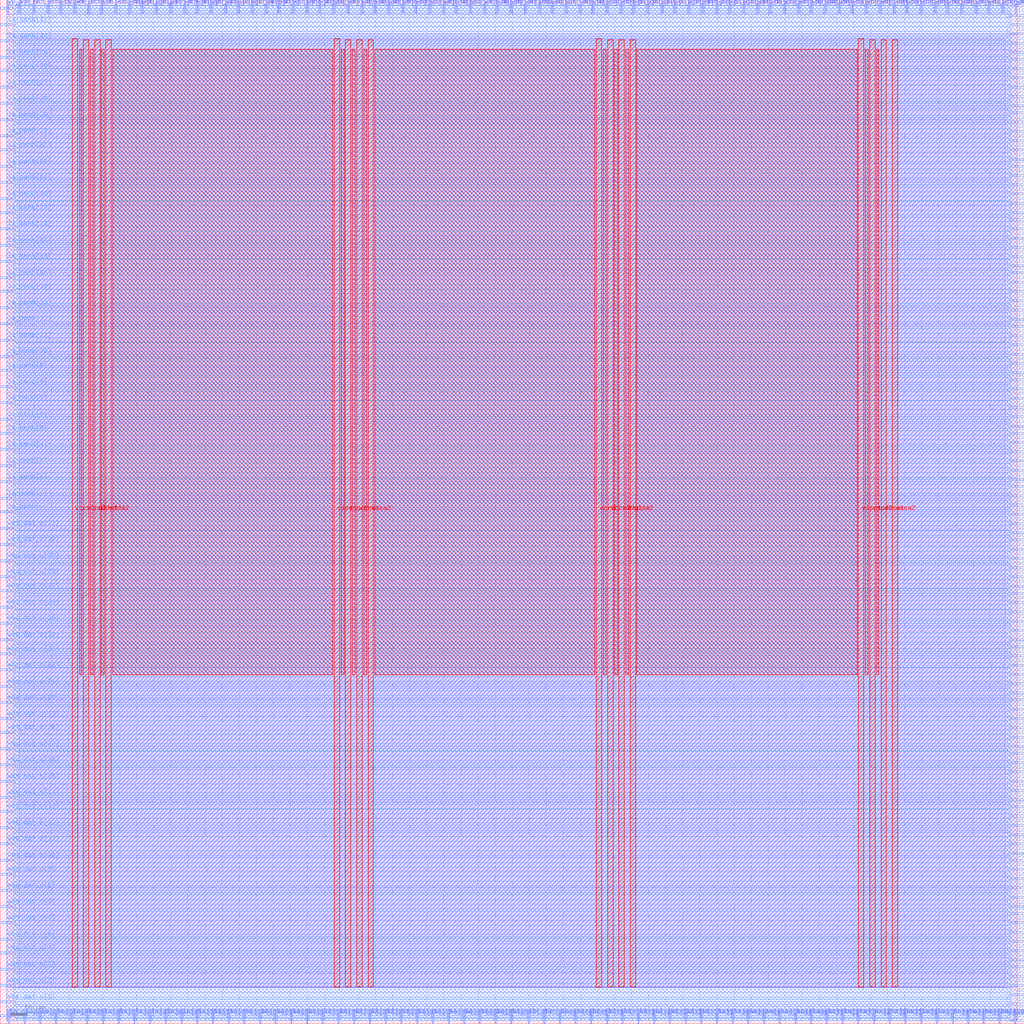
<source format=lef>
VERSION 5.7 ;
  NOWIREEXTENSIONATPIN ON ;
  DIVIDERCHAR "/" ;
  BUSBITCHARS "[]" ;
MACRO fbless_graphics_core
  CLASS BLOCK ;
  FOREIGN fbless_graphics_core ;
  ORIGIN 0.000 0.000 ;
  SIZE 300.000 BY 300.000 ;
  PIN active
    DIRECTION INPUT ;
    USE SIGNAL ;
    PORT
      LAYER met2 ;
        RECT 25.850 296.000 26.130 300.000 ;
    END
  END active
  PIN io_in[0]
    DIRECTION INPUT ;
    USE SIGNAL ;
    PORT
      LAYER met3 ;
        RECT 296.000 0.720 300.000 1.320 ;
    END
  END io_in[0]
  PIN io_in[10]
    DIRECTION INPUT ;
    USE SIGNAL ;
    PORT
      LAYER met3 ;
        RECT 296.000 78.920 300.000 79.520 ;
    END
  END io_in[10]
  PIN io_in[11]
    DIRECTION INPUT ;
    USE SIGNAL ;
    PORT
      LAYER met3 ;
        RECT 296.000 86.400 300.000 87.000 ;
    END
  END io_in[11]
  PIN io_in[12]
    DIRECTION INPUT ;
    USE SIGNAL ;
    PORT
      LAYER met3 ;
        RECT 296.000 94.560 300.000 95.160 ;
    END
  END io_in[12]
  PIN io_in[13]
    DIRECTION INPUT ;
    USE SIGNAL ;
    PORT
      LAYER met3 ;
        RECT 296.000 102.040 300.000 102.640 ;
    END
  END io_in[13]
  PIN io_in[14]
    DIRECTION INPUT ;
    USE SIGNAL ;
    PORT
      LAYER met3 ;
        RECT 296.000 110.200 300.000 110.800 ;
    END
  END io_in[14]
  PIN io_in[15]
    DIRECTION INPUT ;
    USE SIGNAL ;
    PORT
      LAYER met3 ;
        RECT 296.000 117.680 300.000 118.280 ;
    END
  END io_in[15]
  PIN io_in[16]
    DIRECTION INPUT ;
    USE SIGNAL ;
    PORT
      LAYER met3 ;
        RECT 296.000 125.840 300.000 126.440 ;
    END
  END io_in[16]
  PIN io_in[17]
    DIRECTION INPUT ;
    USE SIGNAL ;
    PORT
      LAYER met3 ;
        RECT 296.000 133.320 300.000 133.920 ;
    END
  END io_in[17]
  PIN io_in[18]
    DIRECTION INPUT ;
    USE SIGNAL ;
    PORT
      LAYER met3 ;
        RECT 296.000 141.480 300.000 142.080 ;
    END
  END io_in[18]
  PIN io_in[19]
    DIRECTION INPUT ;
    USE SIGNAL ;
    PORT
      LAYER met3 ;
        RECT 296.000 148.960 300.000 149.560 ;
    END
  END io_in[19]
  PIN io_in[1]
    DIRECTION INPUT ;
    USE SIGNAL ;
    PORT
      LAYER met3 ;
        RECT 296.000 8.200 300.000 8.800 ;
    END
  END io_in[1]
  PIN io_in[20]
    DIRECTION INPUT ;
    USE SIGNAL ;
    PORT
      LAYER met3 ;
        RECT 296.000 157.120 300.000 157.720 ;
    END
  END io_in[20]
  PIN io_in[21]
    DIRECTION INPUT ;
    USE SIGNAL ;
    PORT
      LAYER met3 ;
        RECT 296.000 164.600 300.000 165.200 ;
    END
  END io_in[21]
  PIN io_in[22]
    DIRECTION INPUT ;
    USE SIGNAL ;
    PORT
      LAYER met3 ;
        RECT 296.000 172.760 300.000 173.360 ;
    END
  END io_in[22]
  PIN io_in[23]
    DIRECTION INPUT ;
    USE SIGNAL ;
    PORT
      LAYER met3 ;
        RECT 296.000 180.240 300.000 180.840 ;
    END
  END io_in[23]
  PIN io_in[24]
    DIRECTION INPUT ;
    USE SIGNAL ;
    PORT
      LAYER met3 ;
        RECT 296.000 188.400 300.000 189.000 ;
    END
  END io_in[24]
  PIN io_in[25]
    DIRECTION INPUT ;
    USE SIGNAL ;
    PORT
      LAYER met3 ;
        RECT 296.000 195.880 300.000 196.480 ;
    END
  END io_in[25]
  PIN io_in[26]
    DIRECTION INPUT ;
    USE SIGNAL ;
    PORT
      LAYER met3 ;
        RECT 296.000 204.040 300.000 204.640 ;
    END
  END io_in[26]
  PIN io_in[27]
    DIRECTION INPUT ;
    USE SIGNAL ;
    PORT
      LAYER met3 ;
        RECT 296.000 211.520 300.000 212.120 ;
    END
  END io_in[27]
  PIN io_in[28]
    DIRECTION INPUT ;
    USE SIGNAL ;
    PORT
      LAYER met3 ;
        RECT 296.000 219.680 300.000 220.280 ;
    END
  END io_in[28]
  PIN io_in[29]
    DIRECTION INPUT ;
    USE SIGNAL ;
    PORT
      LAYER met3 ;
        RECT 296.000 227.160 300.000 227.760 ;
    END
  END io_in[29]
  PIN io_in[2]
    DIRECTION INPUT ;
    USE SIGNAL ;
    PORT
      LAYER met3 ;
        RECT 296.000 16.360 300.000 16.960 ;
    END
  END io_in[2]
  PIN io_in[30]
    DIRECTION INPUT ;
    USE SIGNAL ;
    PORT
      LAYER met3 ;
        RECT 296.000 235.320 300.000 235.920 ;
    END
  END io_in[30]
  PIN io_in[31]
    DIRECTION INPUT ;
    USE SIGNAL ;
    PORT
      LAYER met3 ;
        RECT 296.000 242.800 300.000 243.400 ;
    END
  END io_in[31]
  PIN io_in[32]
    DIRECTION INPUT ;
    USE SIGNAL ;
    PORT
      LAYER met3 ;
        RECT 296.000 250.960 300.000 251.560 ;
    END
  END io_in[32]
  PIN io_in[33]
    DIRECTION INPUT ;
    USE SIGNAL ;
    PORT
      LAYER met3 ;
        RECT 296.000 258.440 300.000 259.040 ;
    END
  END io_in[33]
  PIN io_in[34]
    DIRECTION INPUT ;
    USE SIGNAL ;
    PORT
      LAYER met3 ;
        RECT 296.000 266.600 300.000 267.200 ;
    END
  END io_in[34]
  PIN io_in[35]
    DIRECTION INPUT ;
    USE SIGNAL ;
    PORT
      LAYER met3 ;
        RECT 296.000 274.080 300.000 274.680 ;
    END
  END io_in[35]
  PIN io_in[36]
    DIRECTION INPUT ;
    USE SIGNAL ;
    PORT
      LAYER met3 ;
        RECT 296.000 282.240 300.000 282.840 ;
    END
  END io_in[36]
  PIN io_in[37]
    DIRECTION INPUT ;
    USE SIGNAL ;
    PORT
      LAYER met3 ;
        RECT 296.000 289.720 300.000 290.320 ;
    END
  END io_in[37]
  PIN io_in[3]
    DIRECTION INPUT ;
    USE SIGNAL ;
    PORT
      LAYER met3 ;
        RECT 296.000 23.840 300.000 24.440 ;
    END
  END io_in[3]
  PIN io_in[4]
    DIRECTION INPUT ;
    USE SIGNAL ;
    PORT
      LAYER met3 ;
        RECT 296.000 32.000 300.000 32.600 ;
    END
  END io_in[4]
  PIN io_in[5]
    DIRECTION INPUT ;
    USE SIGNAL ;
    PORT
      LAYER met3 ;
        RECT 296.000 39.480 300.000 40.080 ;
    END
  END io_in[5]
  PIN io_in[6]
    DIRECTION INPUT ;
    USE SIGNAL ;
    PORT
      LAYER met3 ;
        RECT 296.000 47.640 300.000 48.240 ;
    END
  END io_in[6]
  PIN io_in[7]
    DIRECTION INPUT ;
    USE SIGNAL ;
    PORT
      LAYER met3 ;
        RECT 296.000 55.120 300.000 55.720 ;
    END
  END io_in[7]
  PIN io_in[8]
    DIRECTION INPUT ;
    USE SIGNAL ;
    PORT
      LAYER met3 ;
        RECT 296.000 63.280 300.000 63.880 ;
    END
  END io_in[8]
  PIN io_in[9]
    DIRECTION INPUT ;
    USE SIGNAL ;
    PORT
      LAYER met3 ;
        RECT 296.000 70.760 300.000 71.360 ;
    END
  END io_in[9]
  PIN io_oeb[0]
    DIRECTION OUTPUT TRISTATE ;
    USE SIGNAL ;
    PORT
      LAYER met3 ;
        RECT 296.000 5.480 300.000 6.080 ;
    END
  END io_oeb[0]
  PIN io_oeb[10]
    DIRECTION OUTPUT TRISTATE ;
    USE SIGNAL ;
    PORT
      LAYER met3 ;
        RECT 296.000 83.680 300.000 84.280 ;
    END
  END io_oeb[10]
  PIN io_oeb[11]
    DIRECTION OUTPUT TRISTATE ;
    USE SIGNAL ;
    PORT
      LAYER met3 ;
        RECT 296.000 91.840 300.000 92.440 ;
    END
  END io_oeb[11]
  PIN io_oeb[12]
    DIRECTION OUTPUT TRISTATE ;
    USE SIGNAL ;
    PORT
      LAYER met3 ;
        RECT 296.000 99.320 300.000 99.920 ;
    END
  END io_oeb[12]
  PIN io_oeb[13]
    DIRECTION OUTPUT TRISTATE ;
    USE SIGNAL ;
    PORT
      LAYER met3 ;
        RECT 296.000 107.480 300.000 108.080 ;
    END
  END io_oeb[13]
  PIN io_oeb[14]
    DIRECTION OUTPUT TRISTATE ;
    USE SIGNAL ;
    PORT
      LAYER met3 ;
        RECT 296.000 114.960 300.000 115.560 ;
    END
  END io_oeb[14]
  PIN io_oeb[15]
    DIRECTION OUTPUT TRISTATE ;
    USE SIGNAL ;
    PORT
      LAYER met3 ;
        RECT 296.000 123.120 300.000 123.720 ;
    END
  END io_oeb[15]
  PIN io_oeb[16]
    DIRECTION OUTPUT TRISTATE ;
    USE SIGNAL ;
    PORT
      LAYER met3 ;
        RECT 296.000 130.600 300.000 131.200 ;
    END
  END io_oeb[16]
  PIN io_oeb[17]
    DIRECTION OUTPUT TRISTATE ;
    USE SIGNAL ;
    PORT
      LAYER met3 ;
        RECT 296.000 138.760 300.000 139.360 ;
    END
  END io_oeb[17]
  PIN io_oeb[18]
    DIRECTION OUTPUT TRISTATE ;
    USE SIGNAL ;
    PORT
      LAYER met3 ;
        RECT 296.000 146.240 300.000 146.840 ;
    END
  END io_oeb[18]
  PIN io_oeb[19]
    DIRECTION OUTPUT TRISTATE ;
    USE SIGNAL ;
    PORT
      LAYER met3 ;
        RECT 296.000 154.400 300.000 155.000 ;
    END
  END io_oeb[19]
  PIN io_oeb[1]
    DIRECTION OUTPUT TRISTATE ;
    USE SIGNAL ;
    PORT
      LAYER met3 ;
        RECT 296.000 13.640 300.000 14.240 ;
    END
  END io_oeb[1]
  PIN io_oeb[20]
    DIRECTION OUTPUT TRISTATE ;
    USE SIGNAL ;
    PORT
      LAYER met3 ;
        RECT 296.000 161.880 300.000 162.480 ;
    END
  END io_oeb[20]
  PIN io_oeb[21]
    DIRECTION OUTPUT TRISTATE ;
    USE SIGNAL ;
    PORT
      LAYER met3 ;
        RECT 296.000 170.040 300.000 170.640 ;
    END
  END io_oeb[21]
  PIN io_oeb[22]
    DIRECTION OUTPUT TRISTATE ;
    USE SIGNAL ;
    PORT
      LAYER met3 ;
        RECT 296.000 177.520 300.000 178.120 ;
    END
  END io_oeb[22]
  PIN io_oeb[23]
    DIRECTION OUTPUT TRISTATE ;
    USE SIGNAL ;
    PORT
      LAYER met3 ;
        RECT 296.000 185.680 300.000 186.280 ;
    END
  END io_oeb[23]
  PIN io_oeb[24]
    DIRECTION OUTPUT TRISTATE ;
    USE SIGNAL ;
    PORT
      LAYER met3 ;
        RECT 296.000 193.160 300.000 193.760 ;
    END
  END io_oeb[24]
  PIN io_oeb[25]
    DIRECTION OUTPUT TRISTATE ;
    USE SIGNAL ;
    PORT
      LAYER met3 ;
        RECT 296.000 201.320 300.000 201.920 ;
    END
  END io_oeb[25]
  PIN io_oeb[26]
    DIRECTION OUTPUT TRISTATE ;
    USE SIGNAL ;
    PORT
      LAYER met3 ;
        RECT 296.000 208.800 300.000 209.400 ;
    END
  END io_oeb[26]
  PIN io_oeb[27]
    DIRECTION OUTPUT TRISTATE ;
    USE SIGNAL ;
    PORT
      LAYER met3 ;
        RECT 296.000 216.960 300.000 217.560 ;
    END
  END io_oeb[27]
  PIN io_oeb[28]
    DIRECTION OUTPUT TRISTATE ;
    USE SIGNAL ;
    PORT
      LAYER met3 ;
        RECT 296.000 224.440 300.000 225.040 ;
    END
  END io_oeb[28]
  PIN io_oeb[29]
    DIRECTION OUTPUT TRISTATE ;
    USE SIGNAL ;
    PORT
      LAYER met3 ;
        RECT 296.000 232.600 300.000 233.200 ;
    END
  END io_oeb[29]
  PIN io_oeb[2]
    DIRECTION OUTPUT TRISTATE ;
    USE SIGNAL ;
    PORT
      LAYER met3 ;
        RECT 296.000 21.120 300.000 21.720 ;
    END
  END io_oeb[2]
  PIN io_oeb[30]
    DIRECTION OUTPUT TRISTATE ;
    USE SIGNAL ;
    PORT
      LAYER met3 ;
        RECT 296.000 240.080 300.000 240.680 ;
    END
  END io_oeb[30]
  PIN io_oeb[31]
    DIRECTION OUTPUT TRISTATE ;
    USE SIGNAL ;
    PORT
      LAYER met3 ;
        RECT 296.000 248.240 300.000 248.840 ;
    END
  END io_oeb[31]
  PIN io_oeb[32]
    DIRECTION OUTPUT TRISTATE ;
    USE SIGNAL ;
    PORT
      LAYER met3 ;
        RECT 296.000 255.720 300.000 256.320 ;
    END
  END io_oeb[32]
  PIN io_oeb[33]
    DIRECTION OUTPUT TRISTATE ;
    USE SIGNAL ;
    PORT
      LAYER met3 ;
        RECT 296.000 263.880 300.000 264.480 ;
    END
  END io_oeb[33]
  PIN io_oeb[34]
    DIRECTION OUTPUT TRISTATE ;
    USE SIGNAL ;
    PORT
      LAYER met3 ;
        RECT 296.000 271.360 300.000 271.960 ;
    END
  END io_oeb[34]
  PIN io_oeb[35]
    DIRECTION OUTPUT TRISTATE ;
    USE SIGNAL ;
    PORT
      LAYER met3 ;
        RECT 296.000 279.520 300.000 280.120 ;
    END
  END io_oeb[35]
  PIN io_oeb[36]
    DIRECTION OUTPUT TRISTATE ;
    USE SIGNAL ;
    PORT
      LAYER met3 ;
        RECT 296.000 287.000 300.000 287.600 ;
    END
  END io_oeb[36]
  PIN io_oeb[37]
    DIRECTION OUTPUT TRISTATE ;
    USE SIGNAL ;
    PORT
      LAYER met3 ;
        RECT 296.000 295.160 300.000 295.760 ;
    END
  END io_oeb[37]
  PIN io_oeb[3]
    DIRECTION OUTPUT TRISTATE ;
    USE SIGNAL ;
    PORT
      LAYER met3 ;
        RECT 296.000 29.280 300.000 29.880 ;
    END
  END io_oeb[3]
  PIN io_oeb[4]
    DIRECTION OUTPUT TRISTATE ;
    USE SIGNAL ;
    PORT
      LAYER met3 ;
        RECT 296.000 36.760 300.000 37.360 ;
    END
  END io_oeb[4]
  PIN io_oeb[5]
    DIRECTION OUTPUT TRISTATE ;
    USE SIGNAL ;
    PORT
      LAYER met3 ;
        RECT 296.000 44.920 300.000 45.520 ;
    END
  END io_oeb[5]
  PIN io_oeb[6]
    DIRECTION OUTPUT TRISTATE ;
    USE SIGNAL ;
    PORT
      LAYER met3 ;
        RECT 296.000 52.400 300.000 53.000 ;
    END
  END io_oeb[6]
  PIN io_oeb[7]
    DIRECTION OUTPUT TRISTATE ;
    USE SIGNAL ;
    PORT
      LAYER met3 ;
        RECT 296.000 60.560 300.000 61.160 ;
    END
  END io_oeb[7]
  PIN io_oeb[8]
    DIRECTION OUTPUT TRISTATE ;
    USE SIGNAL ;
    PORT
      LAYER met3 ;
        RECT 296.000 68.040 300.000 68.640 ;
    END
  END io_oeb[8]
  PIN io_oeb[9]
    DIRECTION OUTPUT TRISTATE ;
    USE SIGNAL ;
    PORT
      LAYER met3 ;
        RECT 296.000 76.200 300.000 76.800 ;
    END
  END io_oeb[9]
  PIN io_out[0]
    DIRECTION OUTPUT TRISTATE ;
    USE SIGNAL ;
    PORT
      LAYER met3 ;
        RECT 296.000 2.760 300.000 3.360 ;
    END
  END io_out[0]
  PIN io_out[10]
    DIRECTION OUTPUT TRISTATE ;
    USE SIGNAL ;
    PORT
      LAYER met3 ;
        RECT 296.000 80.960 300.000 81.560 ;
    END
  END io_out[10]
  PIN io_out[11]
    DIRECTION OUTPUT TRISTATE ;
    USE SIGNAL ;
    PORT
      LAYER met3 ;
        RECT 296.000 89.120 300.000 89.720 ;
    END
  END io_out[11]
  PIN io_out[12]
    DIRECTION OUTPUT TRISTATE ;
    USE SIGNAL ;
    PORT
      LAYER met3 ;
        RECT 296.000 96.600 300.000 97.200 ;
    END
  END io_out[12]
  PIN io_out[13]
    DIRECTION OUTPUT TRISTATE ;
    USE SIGNAL ;
    PORT
      LAYER met3 ;
        RECT 296.000 104.760 300.000 105.360 ;
    END
  END io_out[13]
  PIN io_out[14]
    DIRECTION OUTPUT TRISTATE ;
    USE SIGNAL ;
    PORT
      LAYER met3 ;
        RECT 296.000 112.240 300.000 112.840 ;
    END
  END io_out[14]
  PIN io_out[15]
    DIRECTION OUTPUT TRISTATE ;
    USE SIGNAL ;
    PORT
      LAYER met3 ;
        RECT 296.000 120.400 300.000 121.000 ;
    END
  END io_out[15]
  PIN io_out[16]
    DIRECTION OUTPUT TRISTATE ;
    USE SIGNAL ;
    PORT
      LAYER met3 ;
        RECT 296.000 127.880 300.000 128.480 ;
    END
  END io_out[16]
  PIN io_out[17]
    DIRECTION OUTPUT TRISTATE ;
    USE SIGNAL ;
    PORT
      LAYER met3 ;
        RECT 296.000 136.040 300.000 136.640 ;
    END
  END io_out[17]
  PIN io_out[18]
    DIRECTION OUTPUT TRISTATE ;
    USE SIGNAL ;
    PORT
      LAYER met3 ;
        RECT 296.000 143.520 300.000 144.120 ;
    END
  END io_out[18]
  PIN io_out[19]
    DIRECTION OUTPUT TRISTATE ;
    USE SIGNAL ;
    PORT
      LAYER met3 ;
        RECT 296.000 151.680 300.000 152.280 ;
    END
  END io_out[19]
  PIN io_out[1]
    DIRECTION OUTPUT TRISTATE ;
    USE SIGNAL ;
    PORT
      LAYER met3 ;
        RECT 296.000 10.920 300.000 11.520 ;
    END
  END io_out[1]
  PIN io_out[20]
    DIRECTION OUTPUT TRISTATE ;
    USE SIGNAL ;
    PORT
      LAYER met3 ;
        RECT 296.000 159.160 300.000 159.760 ;
    END
  END io_out[20]
  PIN io_out[21]
    DIRECTION OUTPUT TRISTATE ;
    USE SIGNAL ;
    PORT
      LAYER met3 ;
        RECT 296.000 167.320 300.000 167.920 ;
    END
  END io_out[21]
  PIN io_out[22]
    DIRECTION OUTPUT TRISTATE ;
    USE SIGNAL ;
    PORT
      LAYER met3 ;
        RECT 296.000 174.800 300.000 175.400 ;
    END
  END io_out[22]
  PIN io_out[23]
    DIRECTION OUTPUT TRISTATE ;
    USE SIGNAL ;
    PORT
      LAYER met3 ;
        RECT 296.000 182.960 300.000 183.560 ;
    END
  END io_out[23]
  PIN io_out[24]
    DIRECTION OUTPUT TRISTATE ;
    USE SIGNAL ;
    PORT
      LAYER met3 ;
        RECT 296.000 190.440 300.000 191.040 ;
    END
  END io_out[24]
  PIN io_out[25]
    DIRECTION OUTPUT TRISTATE ;
    USE SIGNAL ;
    PORT
      LAYER met3 ;
        RECT 296.000 198.600 300.000 199.200 ;
    END
  END io_out[25]
  PIN io_out[26]
    DIRECTION OUTPUT TRISTATE ;
    USE SIGNAL ;
    PORT
      LAYER met3 ;
        RECT 296.000 206.080 300.000 206.680 ;
    END
  END io_out[26]
  PIN io_out[27]
    DIRECTION OUTPUT TRISTATE ;
    USE SIGNAL ;
    PORT
      LAYER met3 ;
        RECT 296.000 214.240 300.000 214.840 ;
    END
  END io_out[27]
  PIN io_out[28]
    DIRECTION OUTPUT TRISTATE ;
    USE SIGNAL ;
    PORT
      LAYER met3 ;
        RECT 296.000 221.720 300.000 222.320 ;
    END
  END io_out[28]
  PIN io_out[29]
    DIRECTION OUTPUT TRISTATE ;
    USE SIGNAL ;
    PORT
      LAYER met3 ;
        RECT 296.000 229.880 300.000 230.480 ;
    END
  END io_out[29]
  PIN io_out[2]
    DIRECTION OUTPUT TRISTATE ;
    USE SIGNAL ;
    PORT
      LAYER met3 ;
        RECT 296.000 18.400 300.000 19.000 ;
    END
  END io_out[2]
  PIN io_out[30]
    DIRECTION OUTPUT TRISTATE ;
    USE SIGNAL ;
    PORT
      LAYER met3 ;
        RECT 296.000 237.360 300.000 237.960 ;
    END
  END io_out[30]
  PIN io_out[31]
    DIRECTION OUTPUT TRISTATE ;
    USE SIGNAL ;
    PORT
      LAYER met3 ;
        RECT 296.000 245.520 300.000 246.120 ;
    END
  END io_out[31]
  PIN io_out[32]
    DIRECTION OUTPUT TRISTATE ;
    USE SIGNAL ;
    PORT
      LAYER met3 ;
        RECT 296.000 253.000 300.000 253.600 ;
    END
  END io_out[32]
  PIN io_out[33]
    DIRECTION OUTPUT TRISTATE ;
    USE SIGNAL ;
    PORT
      LAYER met3 ;
        RECT 296.000 261.160 300.000 261.760 ;
    END
  END io_out[33]
  PIN io_out[34]
    DIRECTION OUTPUT TRISTATE ;
    USE SIGNAL ;
    PORT
      LAYER met3 ;
        RECT 296.000 268.640 300.000 269.240 ;
    END
  END io_out[34]
  PIN io_out[35]
    DIRECTION OUTPUT TRISTATE ;
    USE SIGNAL ;
    PORT
      LAYER met3 ;
        RECT 296.000 276.800 300.000 277.400 ;
    END
  END io_out[35]
  PIN io_out[36]
    DIRECTION OUTPUT TRISTATE ;
    USE SIGNAL ;
    PORT
      LAYER met3 ;
        RECT 296.000 284.280 300.000 284.880 ;
    END
  END io_out[36]
  PIN io_out[37]
    DIRECTION OUTPUT TRISTATE ;
    USE SIGNAL ;
    PORT
      LAYER met3 ;
        RECT 296.000 292.440 300.000 293.040 ;
    END
  END io_out[37]
  PIN io_out[3]
    DIRECTION OUTPUT TRISTATE ;
    USE SIGNAL ;
    PORT
      LAYER met3 ;
        RECT 296.000 26.560 300.000 27.160 ;
    END
  END io_out[3]
  PIN io_out[4]
    DIRECTION OUTPUT TRISTATE ;
    USE SIGNAL ;
    PORT
      LAYER met3 ;
        RECT 296.000 34.040 300.000 34.640 ;
    END
  END io_out[4]
  PIN io_out[5]
    DIRECTION OUTPUT TRISTATE ;
    USE SIGNAL ;
    PORT
      LAYER met3 ;
        RECT 296.000 42.200 300.000 42.800 ;
    END
  END io_out[5]
  PIN io_out[6]
    DIRECTION OUTPUT TRISTATE ;
    USE SIGNAL ;
    PORT
      LAYER met3 ;
        RECT 296.000 49.680 300.000 50.280 ;
    END
  END io_out[6]
  PIN io_out[7]
    DIRECTION OUTPUT TRISTATE ;
    USE SIGNAL ;
    PORT
      LAYER met3 ;
        RECT 296.000 57.840 300.000 58.440 ;
    END
  END io_out[7]
  PIN io_out[8]
    DIRECTION OUTPUT TRISTATE ;
    USE SIGNAL ;
    PORT
      LAYER met3 ;
        RECT 296.000 65.320 300.000 65.920 ;
    END
  END io_out[8]
  PIN io_out[9]
    DIRECTION OUTPUT TRISTATE ;
    USE SIGNAL ;
    PORT
      LAYER met3 ;
        RECT 296.000 73.480 300.000 74.080 ;
    END
  END io_out[9]
  PIN irq[0]
    DIRECTION OUTPUT TRISTATE ;
    USE SIGNAL ;
    PORT
      LAYER met3 ;
        RECT 296.000 297.880 300.000 298.480 ;
    END
  END irq[0]
  PIN irq[1]
    DIRECTION OUTPUT TRISTATE ;
    USE SIGNAL ;
    PORT
      LAYER met2 ;
        RECT 297.250 0.000 297.530 4.000 ;
    END
  END irq[1]
  PIN irq[2]
    DIRECTION OUTPUT TRISTATE ;
    USE SIGNAL ;
    PORT
      LAYER met3 ;
        RECT 0.000 297.200 4.000 297.800 ;
    END
  END irq[2]
  PIN la_data_in[0]
    DIRECTION INPUT ;
    USE SIGNAL ;
    PORT
      LAYER met2 ;
        RECT 2.390 0.000 2.670 4.000 ;
    END
  END la_data_in[0]
  PIN la_data_in[10]
    DIRECTION INPUT ;
    USE SIGNAL ;
    PORT
      LAYER met2 ;
        RECT 48.390 0.000 48.670 4.000 ;
    END
  END la_data_in[10]
  PIN la_data_in[11]
    DIRECTION INPUT ;
    USE SIGNAL ;
    PORT
      LAYER met2 ;
        RECT 52.990 0.000 53.270 4.000 ;
    END
  END la_data_in[11]
  PIN la_data_in[12]
    DIRECTION INPUT ;
    USE SIGNAL ;
    PORT
      LAYER met2 ;
        RECT 57.590 0.000 57.870 4.000 ;
    END
  END la_data_in[12]
  PIN la_data_in[13]
    DIRECTION INPUT ;
    USE SIGNAL ;
    PORT
      LAYER met2 ;
        RECT 62.190 0.000 62.470 4.000 ;
    END
  END la_data_in[13]
  PIN la_data_in[14]
    DIRECTION INPUT ;
    USE SIGNAL ;
    PORT
      LAYER met2 ;
        RECT 66.790 0.000 67.070 4.000 ;
    END
  END la_data_in[14]
  PIN la_data_in[15]
    DIRECTION INPUT ;
    USE SIGNAL ;
    PORT
      LAYER met2 ;
        RECT 71.390 0.000 71.670 4.000 ;
    END
  END la_data_in[15]
  PIN la_data_in[16]
    DIRECTION INPUT ;
    USE SIGNAL ;
    PORT
      LAYER met2 ;
        RECT 75.990 0.000 76.270 4.000 ;
    END
  END la_data_in[16]
  PIN la_data_in[17]
    DIRECTION INPUT ;
    USE SIGNAL ;
    PORT
      LAYER met2 ;
        RECT 80.590 0.000 80.870 4.000 ;
    END
  END la_data_in[17]
  PIN la_data_in[18]
    DIRECTION INPUT ;
    USE SIGNAL ;
    PORT
      LAYER met2 ;
        RECT 85.190 0.000 85.470 4.000 ;
    END
  END la_data_in[18]
  PIN la_data_in[19]
    DIRECTION INPUT ;
    USE SIGNAL ;
    PORT
      LAYER met2 ;
        RECT 89.790 0.000 90.070 4.000 ;
    END
  END la_data_in[19]
  PIN la_data_in[1]
    DIRECTION INPUT ;
    USE SIGNAL ;
    PORT
      LAYER met2 ;
        RECT 6.990 0.000 7.270 4.000 ;
    END
  END la_data_in[1]
  PIN la_data_in[20]
    DIRECTION INPUT ;
    USE SIGNAL ;
    PORT
      LAYER met2 ;
        RECT 94.390 0.000 94.670 4.000 ;
    END
  END la_data_in[20]
  PIN la_data_in[21]
    DIRECTION INPUT ;
    USE SIGNAL ;
    PORT
      LAYER met2 ;
        RECT 98.990 0.000 99.270 4.000 ;
    END
  END la_data_in[21]
  PIN la_data_in[22]
    DIRECTION INPUT ;
    USE SIGNAL ;
    PORT
      LAYER met2 ;
        RECT 103.590 0.000 103.870 4.000 ;
    END
  END la_data_in[22]
  PIN la_data_in[23]
    DIRECTION INPUT ;
    USE SIGNAL ;
    PORT
      LAYER met2 ;
        RECT 108.190 0.000 108.470 4.000 ;
    END
  END la_data_in[23]
  PIN la_data_in[24]
    DIRECTION INPUT ;
    USE SIGNAL ;
    PORT
      LAYER met2 ;
        RECT 112.790 0.000 113.070 4.000 ;
    END
  END la_data_in[24]
  PIN la_data_in[25]
    DIRECTION INPUT ;
    USE SIGNAL ;
    PORT
      LAYER met2 ;
        RECT 117.390 0.000 117.670 4.000 ;
    END
  END la_data_in[25]
  PIN la_data_in[26]
    DIRECTION INPUT ;
    USE SIGNAL ;
    PORT
      LAYER met2 ;
        RECT 121.990 0.000 122.270 4.000 ;
    END
  END la_data_in[26]
  PIN la_data_in[27]
    DIRECTION INPUT ;
    USE SIGNAL ;
    PORT
      LAYER met2 ;
        RECT 126.590 0.000 126.870 4.000 ;
    END
  END la_data_in[27]
  PIN la_data_in[28]
    DIRECTION INPUT ;
    USE SIGNAL ;
    PORT
      LAYER met2 ;
        RECT 131.190 0.000 131.470 4.000 ;
    END
  END la_data_in[28]
  PIN la_data_in[29]
    DIRECTION INPUT ;
    USE SIGNAL ;
    PORT
      LAYER met2 ;
        RECT 135.790 0.000 136.070 4.000 ;
    END
  END la_data_in[29]
  PIN la_data_in[2]
    DIRECTION INPUT ;
    USE SIGNAL ;
    PORT
      LAYER met2 ;
        RECT 11.590 0.000 11.870 4.000 ;
    END
  END la_data_in[2]
  PIN la_data_in[30]
    DIRECTION INPUT ;
    USE SIGNAL ;
    PORT
      LAYER met2 ;
        RECT 140.390 0.000 140.670 4.000 ;
    END
  END la_data_in[30]
  PIN la_data_in[31]
    DIRECTION INPUT ;
    USE SIGNAL ;
    PORT
      LAYER met2 ;
        RECT 144.990 0.000 145.270 4.000 ;
    END
  END la_data_in[31]
  PIN la_data_in[3]
    DIRECTION INPUT ;
    USE SIGNAL ;
    PORT
      LAYER met2 ;
        RECT 16.190 0.000 16.470 4.000 ;
    END
  END la_data_in[3]
  PIN la_data_in[4]
    DIRECTION INPUT ;
    USE SIGNAL ;
    PORT
      LAYER met2 ;
        RECT 20.790 0.000 21.070 4.000 ;
    END
  END la_data_in[4]
  PIN la_data_in[5]
    DIRECTION INPUT ;
    USE SIGNAL ;
    PORT
      LAYER met2 ;
        RECT 25.390 0.000 25.670 4.000 ;
    END
  END la_data_in[5]
  PIN la_data_in[6]
    DIRECTION INPUT ;
    USE SIGNAL ;
    PORT
      LAYER met2 ;
        RECT 29.990 0.000 30.270 4.000 ;
    END
  END la_data_in[6]
  PIN la_data_in[7]
    DIRECTION INPUT ;
    USE SIGNAL ;
    PORT
      LAYER met2 ;
        RECT 34.590 0.000 34.870 4.000 ;
    END
  END la_data_in[7]
  PIN la_data_in[8]
    DIRECTION INPUT ;
    USE SIGNAL ;
    PORT
      LAYER met2 ;
        RECT 39.190 0.000 39.470 4.000 ;
    END
  END la_data_in[8]
  PIN la_data_in[9]
    DIRECTION INPUT ;
    USE SIGNAL ;
    PORT
      LAYER met2 ;
        RECT 43.790 0.000 44.070 4.000 ;
    END
  END la_data_in[9]
  PIN la_data_out[0]
    DIRECTION OUTPUT TRISTATE ;
    USE SIGNAL ;
    PORT
      LAYER met2 ;
        RECT 149.590 0.000 149.870 4.000 ;
    END
  END la_data_out[0]
  PIN la_data_out[10]
    DIRECTION OUTPUT TRISTATE ;
    USE SIGNAL ;
    PORT
      LAYER met2 ;
        RECT 196.050 0.000 196.330 4.000 ;
    END
  END la_data_out[10]
  PIN la_data_out[11]
    DIRECTION OUTPUT TRISTATE ;
    USE SIGNAL ;
    PORT
      LAYER met2 ;
        RECT 200.650 0.000 200.930 4.000 ;
    END
  END la_data_out[11]
  PIN la_data_out[12]
    DIRECTION OUTPUT TRISTATE ;
    USE SIGNAL ;
    PORT
      LAYER met2 ;
        RECT 205.250 0.000 205.530 4.000 ;
    END
  END la_data_out[12]
  PIN la_data_out[13]
    DIRECTION OUTPUT TRISTATE ;
    USE SIGNAL ;
    PORT
      LAYER met2 ;
        RECT 209.850 0.000 210.130 4.000 ;
    END
  END la_data_out[13]
  PIN la_data_out[14]
    DIRECTION OUTPUT TRISTATE ;
    USE SIGNAL ;
    PORT
      LAYER met2 ;
        RECT 214.450 0.000 214.730 4.000 ;
    END
  END la_data_out[14]
  PIN la_data_out[15]
    DIRECTION OUTPUT TRISTATE ;
    USE SIGNAL ;
    PORT
      LAYER met2 ;
        RECT 219.050 0.000 219.330 4.000 ;
    END
  END la_data_out[15]
  PIN la_data_out[16]
    DIRECTION OUTPUT TRISTATE ;
    USE SIGNAL ;
    PORT
      LAYER met2 ;
        RECT 223.650 0.000 223.930 4.000 ;
    END
  END la_data_out[16]
  PIN la_data_out[17]
    DIRECTION OUTPUT TRISTATE ;
    USE SIGNAL ;
    PORT
      LAYER met2 ;
        RECT 228.250 0.000 228.530 4.000 ;
    END
  END la_data_out[17]
  PIN la_data_out[18]
    DIRECTION OUTPUT TRISTATE ;
    USE SIGNAL ;
    PORT
      LAYER met2 ;
        RECT 232.850 0.000 233.130 4.000 ;
    END
  END la_data_out[18]
  PIN la_data_out[19]
    DIRECTION OUTPUT TRISTATE ;
    USE SIGNAL ;
    PORT
      LAYER met2 ;
        RECT 237.450 0.000 237.730 4.000 ;
    END
  END la_data_out[19]
  PIN la_data_out[1]
    DIRECTION OUTPUT TRISTATE ;
    USE SIGNAL ;
    PORT
      LAYER met2 ;
        RECT 154.650 0.000 154.930 4.000 ;
    END
  END la_data_out[1]
  PIN la_data_out[20]
    DIRECTION OUTPUT TRISTATE ;
    USE SIGNAL ;
    PORT
      LAYER met2 ;
        RECT 242.050 0.000 242.330 4.000 ;
    END
  END la_data_out[20]
  PIN la_data_out[21]
    DIRECTION OUTPUT TRISTATE ;
    USE SIGNAL ;
    PORT
      LAYER met2 ;
        RECT 246.650 0.000 246.930 4.000 ;
    END
  END la_data_out[21]
  PIN la_data_out[22]
    DIRECTION OUTPUT TRISTATE ;
    USE SIGNAL ;
    PORT
      LAYER met2 ;
        RECT 251.250 0.000 251.530 4.000 ;
    END
  END la_data_out[22]
  PIN la_data_out[23]
    DIRECTION OUTPUT TRISTATE ;
    USE SIGNAL ;
    PORT
      LAYER met2 ;
        RECT 255.850 0.000 256.130 4.000 ;
    END
  END la_data_out[23]
  PIN la_data_out[24]
    DIRECTION OUTPUT TRISTATE ;
    USE SIGNAL ;
    PORT
      LAYER met2 ;
        RECT 260.450 0.000 260.730 4.000 ;
    END
  END la_data_out[24]
  PIN la_data_out[25]
    DIRECTION OUTPUT TRISTATE ;
    USE SIGNAL ;
    PORT
      LAYER met2 ;
        RECT 265.050 0.000 265.330 4.000 ;
    END
  END la_data_out[25]
  PIN la_data_out[26]
    DIRECTION OUTPUT TRISTATE ;
    USE SIGNAL ;
    PORT
      LAYER met2 ;
        RECT 269.650 0.000 269.930 4.000 ;
    END
  END la_data_out[26]
  PIN la_data_out[27]
    DIRECTION OUTPUT TRISTATE ;
    USE SIGNAL ;
    PORT
      LAYER met2 ;
        RECT 274.250 0.000 274.530 4.000 ;
    END
  END la_data_out[27]
  PIN la_data_out[28]
    DIRECTION OUTPUT TRISTATE ;
    USE SIGNAL ;
    PORT
      LAYER met2 ;
        RECT 278.850 0.000 279.130 4.000 ;
    END
  END la_data_out[28]
  PIN la_data_out[29]
    DIRECTION OUTPUT TRISTATE ;
    USE SIGNAL ;
    PORT
      LAYER met2 ;
        RECT 283.450 0.000 283.730 4.000 ;
    END
  END la_data_out[29]
  PIN la_data_out[2]
    DIRECTION OUTPUT TRISTATE ;
    USE SIGNAL ;
    PORT
      LAYER met2 ;
        RECT 159.250 0.000 159.530 4.000 ;
    END
  END la_data_out[2]
  PIN la_data_out[30]
    DIRECTION OUTPUT TRISTATE ;
    USE SIGNAL ;
    PORT
      LAYER met2 ;
        RECT 288.050 0.000 288.330 4.000 ;
    END
  END la_data_out[30]
  PIN la_data_out[31]
    DIRECTION OUTPUT TRISTATE ;
    USE SIGNAL ;
    PORT
      LAYER met2 ;
        RECT 292.650 0.000 292.930 4.000 ;
    END
  END la_data_out[31]
  PIN la_data_out[3]
    DIRECTION OUTPUT TRISTATE ;
    USE SIGNAL ;
    PORT
      LAYER met2 ;
        RECT 163.850 0.000 164.130 4.000 ;
    END
  END la_data_out[3]
  PIN la_data_out[4]
    DIRECTION OUTPUT TRISTATE ;
    USE SIGNAL ;
    PORT
      LAYER met2 ;
        RECT 168.450 0.000 168.730 4.000 ;
    END
  END la_data_out[4]
  PIN la_data_out[5]
    DIRECTION OUTPUT TRISTATE ;
    USE SIGNAL ;
    PORT
      LAYER met2 ;
        RECT 173.050 0.000 173.330 4.000 ;
    END
  END la_data_out[5]
  PIN la_data_out[6]
    DIRECTION OUTPUT TRISTATE ;
    USE SIGNAL ;
    PORT
      LAYER met2 ;
        RECT 177.650 0.000 177.930 4.000 ;
    END
  END la_data_out[6]
  PIN la_data_out[7]
    DIRECTION OUTPUT TRISTATE ;
    USE SIGNAL ;
    PORT
      LAYER met2 ;
        RECT 182.250 0.000 182.530 4.000 ;
    END
  END la_data_out[7]
  PIN la_data_out[8]
    DIRECTION OUTPUT TRISTATE ;
    USE SIGNAL ;
    PORT
      LAYER met2 ;
        RECT 186.850 0.000 187.130 4.000 ;
    END
  END la_data_out[8]
  PIN la_data_out[9]
    DIRECTION OUTPUT TRISTATE ;
    USE SIGNAL ;
    PORT
      LAYER met2 ;
        RECT 191.450 0.000 191.730 4.000 ;
    END
  END la_data_out[9]
  PIN la_oenb[0]
    DIRECTION INPUT ;
    USE SIGNAL ;
    PORT
      LAYER met3 ;
        RECT 0.000 149.640 4.000 150.240 ;
    END
  END la_oenb[0]
  PIN la_oenb[10]
    DIRECTION INPUT ;
    USE SIGNAL ;
    PORT
      LAYER met3 ;
        RECT 0.000 195.200 4.000 195.800 ;
    END
  END la_oenb[10]
  PIN la_oenb[11]
    DIRECTION INPUT ;
    USE SIGNAL ;
    PORT
      LAYER met3 ;
        RECT 0.000 199.960 4.000 200.560 ;
    END
  END la_oenb[11]
  PIN la_oenb[12]
    DIRECTION INPUT ;
    USE SIGNAL ;
    PORT
      LAYER met3 ;
        RECT 0.000 204.720 4.000 205.320 ;
    END
  END la_oenb[12]
  PIN la_oenb[13]
    DIRECTION INPUT ;
    USE SIGNAL ;
    PORT
      LAYER met3 ;
        RECT 0.000 209.480 4.000 210.080 ;
    END
  END la_oenb[13]
  PIN la_oenb[14]
    DIRECTION INPUT ;
    USE SIGNAL ;
    PORT
      LAYER met3 ;
        RECT 0.000 214.240 4.000 214.840 ;
    END
  END la_oenb[14]
  PIN la_oenb[15]
    DIRECTION INPUT ;
    USE SIGNAL ;
    PORT
      LAYER met3 ;
        RECT 0.000 218.320 4.000 218.920 ;
    END
  END la_oenb[15]
  PIN la_oenb[16]
    DIRECTION INPUT ;
    USE SIGNAL ;
    PORT
      LAYER met3 ;
        RECT 0.000 223.080 4.000 223.680 ;
    END
  END la_oenb[16]
  PIN la_oenb[17]
    DIRECTION INPUT ;
    USE SIGNAL ;
    PORT
      LAYER met3 ;
        RECT 0.000 227.840 4.000 228.440 ;
    END
  END la_oenb[17]
  PIN la_oenb[18]
    DIRECTION INPUT ;
    USE SIGNAL ;
    PORT
      LAYER met3 ;
        RECT 0.000 232.600 4.000 233.200 ;
    END
  END la_oenb[18]
  PIN la_oenb[19]
    DIRECTION INPUT ;
    USE SIGNAL ;
    PORT
      LAYER met3 ;
        RECT 0.000 237.360 4.000 237.960 ;
    END
  END la_oenb[19]
  PIN la_oenb[1]
    DIRECTION INPUT ;
    USE SIGNAL ;
    PORT
      LAYER met3 ;
        RECT 0.000 153.720 4.000 154.320 ;
    END
  END la_oenb[1]
  PIN la_oenb[20]
    DIRECTION INPUT ;
    USE SIGNAL ;
    PORT
      LAYER met3 ;
        RECT 0.000 241.440 4.000 242.040 ;
    END
  END la_oenb[20]
  PIN la_oenb[21]
    DIRECTION INPUT ;
    USE SIGNAL ;
    PORT
      LAYER met3 ;
        RECT 0.000 246.200 4.000 246.800 ;
    END
  END la_oenb[21]
  PIN la_oenb[22]
    DIRECTION INPUT ;
    USE SIGNAL ;
    PORT
      LAYER met3 ;
        RECT 0.000 250.960 4.000 251.560 ;
    END
  END la_oenb[22]
  PIN la_oenb[23]
    DIRECTION INPUT ;
    USE SIGNAL ;
    PORT
      LAYER met3 ;
        RECT 0.000 255.720 4.000 256.320 ;
    END
  END la_oenb[23]
  PIN la_oenb[24]
    DIRECTION INPUT ;
    USE SIGNAL ;
    PORT
      LAYER met3 ;
        RECT 0.000 259.800 4.000 260.400 ;
    END
  END la_oenb[24]
  PIN la_oenb[25]
    DIRECTION INPUT ;
    USE SIGNAL ;
    PORT
      LAYER met3 ;
        RECT 0.000 264.560 4.000 265.160 ;
    END
  END la_oenb[25]
  PIN la_oenb[26]
    DIRECTION INPUT ;
    USE SIGNAL ;
    PORT
      LAYER met3 ;
        RECT 0.000 269.320 4.000 269.920 ;
    END
  END la_oenb[26]
  PIN la_oenb[27]
    DIRECTION INPUT ;
    USE SIGNAL ;
    PORT
      LAYER met3 ;
        RECT 0.000 274.080 4.000 274.680 ;
    END
  END la_oenb[27]
  PIN la_oenb[28]
    DIRECTION INPUT ;
    USE SIGNAL ;
    PORT
      LAYER met3 ;
        RECT 0.000 278.840 4.000 279.440 ;
    END
  END la_oenb[28]
  PIN la_oenb[29]
    DIRECTION INPUT ;
    USE SIGNAL ;
    PORT
      LAYER met3 ;
        RECT 0.000 282.920 4.000 283.520 ;
    END
  END la_oenb[29]
  PIN la_oenb[2]
    DIRECTION INPUT ;
    USE SIGNAL ;
    PORT
      LAYER met3 ;
        RECT 0.000 158.480 4.000 159.080 ;
    END
  END la_oenb[2]
  PIN la_oenb[30]
    DIRECTION INPUT ;
    USE SIGNAL ;
    PORT
      LAYER met3 ;
        RECT 0.000 287.680 4.000 288.280 ;
    END
  END la_oenb[30]
  PIN la_oenb[31]
    DIRECTION INPUT ;
    USE SIGNAL ;
    PORT
      LAYER met3 ;
        RECT 0.000 292.440 4.000 293.040 ;
    END
  END la_oenb[31]
  PIN la_oenb[3]
    DIRECTION INPUT ;
    USE SIGNAL ;
    PORT
      LAYER met3 ;
        RECT 0.000 163.240 4.000 163.840 ;
    END
  END la_oenb[3]
  PIN la_oenb[4]
    DIRECTION INPUT ;
    USE SIGNAL ;
    PORT
      LAYER met3 ;
        RECT 0.000 168.000 4.000 168.600 ;
    END
  END la_oenb[4]
  PIN la_oenb[5]
    DIRECTION INPUT ;
    USE SIGNAL ;
    PORT
      LAYER met3 ;
        RECT 0.000 172.760 4.000 173.360 ;
    END
  END la_oenb[5]
  PIN la_oenb[6]
    DIRECTION INPUT ;
    USE SIGNAL ;
    PORT
      LAYER met3 ;
        RECT 0.000 176.840 4.000 177.440 ;
    END
  END la_oenb[6]
  PIN la_oenb[7]
    DIRECTION INPUT ;
    USE SIGNAL ;
    PORT
      LAYER met3 ;
        RECT 0.000 181.600 4.000 182.200 ;
    END
  END la_oenb[7]
  PIN la_oenb[8]
    DIRECTION INPUT ;
    USE SIGNAL ;
    PORT
      LAYER met3 ;
        RECT 0.000 186.360 4.000 186.960 ;
    END
  END la_oenb[8]
  PIN la_oenb[9]
    DIRECTION INPUT ;
    USE SIGNAL ;
    PORT
      LAYER met3 ;
        RECT 0.000 191.120 4.000 191.720 ;
    END
  END la_oenb[9]
  PIN wb_clk_i
    DIRECTION INPUT ;
    USE SIGNAL ;
    PORT
      LAYER met2 ;
        RECT 1.930 296.000 2.210 300.000 ;
    END
  END wb_clk_i
  PIN wb_rst_i
    DIRECTION INPUT ;
    USE SIGNAL ;
    PORT
      LAYER met2 ;
        RECT 5.610 296.000 5.890 300.000 ;
    END
  END wb_rst_i
  PIN wbs_ack_o
    DIRECTION OUTPUT TRISTATE ;
    USE SIGNAL ;
    PORT
      LAYER met2 ;
        RECT 21.710 296.000 21.990 300.000 ;
    END
  END wbs_ack_o
  PIN wbs_adr_i[0]
    DIRECTION INPUT ;
    USE SIGNAL ;
    PORT
      LAYER met2 ;
        RECT 45.630 296.000 45.910 300.000 ;
    END
  END wbs_adr_i[0]
  PIN wbs_adr_i[10]
    DIRECTION INPUT ;
    USE SIGNAL ;
    PORT
      LAYER met2 ;
        RECT 85.650 296.000 85.930 300.000 ;
    END
  END wbs_adr_i[10]
  PIN wbs_adr_i[11]
    DIRECTION INPUT ;
    USE SIGNAL ;
    PORT
      LAYER met2 ;
        RECT 89.790 296.000 90.070 300.000 ;
    END
  END wbs_adr_i[11]
  PIN wbs_adr_i[12]
    DIRECTION INPUT ;
    USE SIGNAL ;
    PORT
      LAYER met2 ;
        RECT 93.470 296.000 93.750 300.000 ;
    END
  END wbs_adr_i[12]
  PIN wbs_adr_i[13]
    DIRECTION INPUT ;
    USE SIGNAL ;
    PORT
      LAYER met2 ;
        RECT 97.610 296.000 97.890 300.000 ;
    END
  END wbs_adr_i[13]
  PIN wbs_adr_i[14]
    DIRECTION INPUT ;
    USE SIGNAL ;
    PORT
      LAYER met2 ;
        RECT 101.750 296.000 102.030 300.000 ;
    END
  END wbs_adr_i[14]
  PIN wbs_adr_i[15]
    DIRECTION INPUT ;
    USE SIGNAL ;
    PORT
      LAYER met2 ;
        RECT 105.890 296.000 106.170 300.000 ;
    END
  END wbs_adr_i[15]
  PIN wbs_adr_i[16]
    DIRECTION INPUT ;
    USE SIGNAL ;
    PORT
      LAYER met2 ;
        RECT 109.570 296.000 109.850 300.000 ;
    END
  END wbs_adr_i[16]
  PIN wbs_adr_i[17]
    DIRECTION INPUT ;
    USE SIGNAL ;
    PORT
      LAYER met2 ;
        RECT 113.710 296.000 113.990 300.000 ;
    END
  END wbs_adr_i[17]
  PIN wbs_adr_i[18]
    DIRECTION INPUT ;
    USE SIGNAL ;
    PORT
      LAYER met2 ;
        RECT 117.850 296.000 118.130 300.000 ;
    END
  END wbs_adr_i[18]
  PIN wbs_adr_i[19]
    DIRECTION INPUT ;
    USE SIGNAL ;
    PORT
      LAYER met2 ;
        RECT 121.530 296.000 121.810 300.000 ;
    END
  END wbs_adr_i[19]
  PIN wbs_adr_i[1]
    DIRECTION INPUT ;
    USE SIGNAL ;
    PORT
      LAYER met2 ;
        RECT 49.770 296.000 50.050 300.000 ;
    END
  END wbs_adr_i[1]
  PIN wbs_adr_i[20]
    DIRECTION INPUT ;
    USE SIGNAL ;
    PORT
      LAYER met2 ;
        RECT 125.670 296.000 125.950 300.000 ;
    END
  END wbs_adr_i[20]
  PIN wbs_adr_i[21]
    DIRECTION INPUT ;
    USE SIGNAL ;
    PORT
      LAYER met2 ;
        RECT 129.810 296.000 130.090 300.000 ;
    END
  END wbs_adr_i[21]
  PIN wbs_adr_i[22]
    DIRECTION INPUT ;
    USE SIGNAL ;
    PORT
      LAYER met2 ;
        RECT 133.490 296.000 133.770 300.000 ;
    END
  END wbs_adr_i[22]
  PIN wbs_adr_i[23]
    DIRECTION INPUT ;
    USE SIGNAL ;
    PORT
      LAYER met2 ;
        RECT 137.630 296.000 137.910 300.000 ;
    END
  END wbs_adr_i[23]
  PIN wbs_adr_i[24]
    DIRECTION INPUT ;
    USE SIGNAL ;
    PORT
      LAYER met2 ;
        RECT 141.770 296.000 142.050 300.000 ;
    END
  END wbs_adr_i[24]
  PIN wbs_adr_i[25]
    DIRECTION INPUT ;
    USE SIGNAL ;
    PORT
      LAYER met2 ;
        RECT 145.450 296.000 145.730 300.000 ;
    END
  END wbs_adr_i[25]
  PIN wbs_adr_i[26]
    DIRECTION INPUT ;
    USE SIGNAL ;
    PORT
      LAYER met2 ;
        RECT 149.590 296.000 149.870 300.000 ;
    END
  END wbs_adr_i[26]
  PIN wbs_adr_i[27]
    DIRECTION INPUT ;
    USE SIGNAL ;
    PORT
      LAYER met2 ;
        RECT 153.730 296.000 154.010 300.000 ;
    END
  END wbs_adr_i[27]
  PIN wbs_adr_i[28]
    DIRECTION INPUT ;
    USE SIGNAL ;
    PORT
      LAYER met2 ;
        RECT 157.870 296.000 158.150 300.000 ;
    END
  END wbs_adr_i[28]
  PIN wbs_adr_i[29]
    DIRECTION INPUT ;
    USE SIGNAL ;
    PORT
      LAYER met2 ;
        RECT 161.550 296.000 161.830 300.000 ;
    END
  END wbs_adr_i[29]
  PIN wbs_adr_i[2]
    DIRECTION INPUT ;
    USE SIGNAL ;
    PORT
      LAYER met2 ;
        RECT 53.910 296.000 54.190 300.000 ;
    END
  END wbs_adr_i[2]
  PIN wbs_adr_i[30]
    DIRECTION INPUT ;
    USE SIGNAL ;
    PORT
      LAYER met2 ;
        RECT 165.690 296.000 165.970 300.000 ;
    END
  END wbs_adr_i[30]
  PIN wbs_adr_i[31]
    DIRECTION INPUT ;
    USE SIGNAL ;
    PORT
      LAYER met2 ;
        RECT 169.830 296.000 170.110 300.000 ;
    END
  END wbs_adr_i[31]
  PIN wbs_adr_i[3]
    DIRECTION INPUT ;
    USE SIGNAL ;
    PORT
      LAYER met2 ;
        RECT 57.590 296.000 57.870 300.000 ;
    END
  END wbs_adr_i[3]
  PIN wbs_adr_i[4]
    DIRECTION INPUT ;
    USE SIGNAL ;
    PORT
      LAYER met2 ;
        RECT 61.730 296.000 62.010 300.000 ;
    END
  END wbs_adr_i[4]
  PIN wbs_adr_i[5]
    DIRECTION INPUT ;
    USE SIGNAL ;
    PORT
      LAYER met2 ;
        RECT 65.870 296.000 66.150 300.000 ;
    END
  END wbs_adr_i[5]
  PIN wbs_adr_i[6]
    DIRECTION INPUT ;
    USE SIGNAL ;
    PORT
      LAYER met2 ;
        RECT 69.550 296.000 69.830 300.000 ;
    END
  END wbs_adr_i[6]
  PIN wbs_adr_i[7]
    DIRECTION INPUT ;
    USE SIGNAL ;
    PORT
      LAYER met2 ;
        RECT 73.690 296.000 73.970 300.000 ;
    END
  END wbs_adr_i[7]
  PIN wbs_adr_i[8]
    DIRECTION INPUT ;
    USE SIGNAL ;
    PORT
      LAYER met2 ;
        RECT 77.830 296.000 78.110 300.000 ;
    END
  END wbs_adr_i[8]
  PIN wbs_adr_i[9]
    DIRECTION INPUT ;
    USE SIGNAL ;
    PORT
      LAYER met2 ;
        RECT 81.510 296.000 81.790 300.000 ;
    END
  END wbs_adr_i[9]
  PIN wbs_cyc_i
    DIRECTION INPUT ;
    USE SIGNAL ;
    PORT
      LAYER met2 ;
        RECT 13.890 296.000 14.170 300.000 ;
    END
  END wbs_cyc_i
  PIN wbs_dat_i[0]
    DIRECTION INPUT ;
    USE SIGNAL ;
    PORT
      LAYER met2 ;
        RECT 173.510 296.000 173.790 300.000 ;
    END
  END wbs_dat_i[0]
  PIN wbs_dat_i[10]
    DIRECTION INPUT ;
    USE SIGNAL ;
    PORT
      LAYER met2 ;
        RECT 213.530 296.000 213.810 300.000 ;
    END
  END wbs_dat_i[10]
  PIN wbs_dat_i[11]
    DIRECTION INPUT ;
    USE SIGNAL ;
    PORT
      LAYER met2 ;
        RECT 217.670 296.000 217.950 300.000 ;
    END
  END wbs_dat_i[11]
  PIN wbs_dat_i[12]
    DIRECTION INPUT ;
    USE SIGNAL ;
    PORT
      LAYER met2 ;
        RECT 221.810 296.000 222.090 300.000 ;
    END
  END wbs_dat_i[12]
  PIN wbs_dat_i[13]
    DIRECTION INPUT ;
    USE SIGNAL ;
    PORT
      LAYER met2 ;
        RECT 225.490 296.000 225.770 300.000 ;
    END
  END wbs_dat_i[13]
  PIN wbs_dat_i[14]
    DIRECTION INPUT ;
    USE SIGNAL ;
    PORT
      LAYER met2 ;
        RECT 229.630 296.000 229.910 300.000 ;
    END
  END wbs_dat_i[14]
  PIN wbs_dat_i[15]
    DIRECTION INPUT ;
    USE SIGNAL ;
    PORT
      LAYER met2 ;
        RECT 233.770 296.000 234.050 300.000 ;
    END
  END wbs_dat_i[15]
  PIN wbs_dat_i[16]
    DIRECTION INPUT ;
    USE SIGNAL ;
    PORT
      LAYER met2 ;
        RECT 237.450 296.000 237.730 300.000 ;
    END
  END wbs_dat_i[16]
  PIN wbs_dat_i[17]
    DIRECTION INPUT ;
    USE SIGNAL ;
    PORT
      LAYER met2 ;
        RECT 241.590 296.000 241.870 300.000 ;
    END
  END wbs_dat_i[17]
  PIN wbs_dat_i[18]
    DIRECTION INPUT ;
    USE SIGNAL ;
    PORT
      LAYER met2 ;
        RECT 245.730 296.000 246.010 300.000 ;
    END
  END wbs_dat_i[18]
  PIN wbs_dat_i[19]
    DIRECTION INPUT ;
    USE SIGNAL ;
    PORT
      LAYER met2 ;
        RECT 249.410 296.000 249.690 300.000 ;
    END
  END wbs_dat_i[19]
  PIN wbs_dat_i[1]
    DIRECTION INPUT ;
    USE SIGNAL ;
    PORT
      LAYER met2 ;
        RECT 177.650 296.000 177.930 300.000 ;
    END
  END wbs_dat_i[1]
  PIN wbs_dat_i[20]
    DIRECTION INPUT ;
    USE SIGNAL ;
    PORT
      LAYER met2 ;
        RECT 253.550 296.000 253.830 300.000 ;
    END
  END wbs_dat_i[20]
  PIN wbs_dat_i[21]
    DIRECTION INPUT ;
    USE SIGNAL ;
    PORT
      LAYER met2 ;
        RECT 257.690 296.000 257.970 300.000 ;
    END
  END wbs_dat_i[21]
  PIN wbs_dat_i[22]
    DIRECTION INPUT ;
    USE SIGNAL ;
    PORT
      LAYER met2 ;
        RECT 261.830 296.000 262.110 300.000 ;
    END
  END wbs_dat_i[22]
  PIN wbs_dat_i[23]
    DIRECTION INPUT ;
    USE SIGNAL ;
    PORT
      LAYER met2 ;
        RECT 265.510 296.000 265.790 300.000 ;
    END
  END wbs_dat_i[23]
  PIN wbs_dat_i[24]
    DIRECTION INPUT ;
    USE SIGNAL ;
    PORT
      LAYER met2 ;
        RECT 269.650 296.000 269.930 300.000 ;
    END
  END wbs_dat_i[24]
  PIN wbs_dat_i[25]
    DIRECTION INPUT ;
    USE SIGNAL ;
    PORT
      LAYER met2 ;
        RECT 273.790 296.000 274.070 300.000 ;
    END
  END wbs_dat_i[25]
  PIN wbs_dat_i[26]
    DIRECTION INPUT ;
    USE SIGNAL ;
    PORT
      LAYER met2 ;
        RECT 277.470 296.000 277.750 300.000 ;
    END
  END wbs_dat_i[26]
  PIN wbs_dat_i[27]
    DIRECTION INPUT ;
    USE SIGNAL ;
    PORT
      LAYER met2 ;
        RECT 281.610 296.000 281.890 300.000 ;
    END
  END wbs_dat_i[27]
  PIN wbs_dat_i[28]
    DIRECTION INPUT ;
    USE SIGNAL ;
    PORT
      LAYER met2 ;
        RECT 285.750 296.000 286.030 300.000 ;
    END
  END wbs_dat_i[28]
  PIN wbs_dat_i[29]
    DIRECTION INPUT ;
    USE SIGNAL ;
    PORT
      LAYER met2 ;
        RECT 289.430 296.000 289.710 300.000 ;
    END
  END wbs_dat_i[29]
  PIN wbs_dat_i[2]
    DIRECTION INPUT ;
    USE SIGNAL ;
    PORT
      LAYER met2 ;
        RECT 181.790 296.000 182.070 300.000 ;
    END
  END wbs_dat_i[2]
  PIN wbs_dat_i[30]
    DIRECTION INPUT ;
    USE SIGNAL ;
    PORT
      LAYER met2 ;
        RECT 293.570 296.000 293.850 300.000 ;
    END
  END wbs_dat_i[30]
  PIN wbs_dat_i[31]
    DIRECTION INPUT ;
    USE SIGNAL ;
    PORT
      LAYER met2 ;
        RECT 297.710 296.000 297.990 300.000 ;
    END
  END wbs_dat_i[31]
  PIN wbs_dat_i[3]
    DIRECTION INPUT ;
    USE SIGNAL ;
    PORT
      LAYER met2 ;
        RECT 185.470 296.000 185.750 300.000 ;
    END
  END wbs_dat_i[3]
  PIN wbs_dat_i[4]
    DIRECTION INPUT ;
    USE SIGNAL ;
    PORT
      LAYER met2 ;
        RECT 189.610 296.000 189.890 300.000 ;
    END
  END wbs_dat_i[4]
  PIN wbs_dat_i[5]
    DIRECTION INPUT ;
    USE SIGNAL ;
    PORT
      LAYER met2 ;
        RECT 193.750 296.000 194.030 300.000 ;
    END
  END wbs_dat_i[5]
  PIN wbs_dat_i[6]
    DIRECTION INPUT ;
    USE SIGNAL ;
    PORT
      LAYER met2 ;
        RECT 197.430 296.000 197.710 300.000 ;
    END
  END wbs_dat_i[6]
  PIN wbs_dat_i[7]
    DIRECTION INPUT ;
    USE SIGNAL ;
    PORT
      LAYER met2 ;
        RECT 201.570 296.000 201.850 300.000 ;
    END
  END wbs_dat_i[7]
  PIN wbs_dat_i[8]
    DIRECTION INPUT ;
    USE SIGNAL ;
    PORT
      LAYER met2 ;
        RECT 205.710 296.000 205.990 300.000 ;
    END
  END wbs_dat_i[8]
  PIN wbs_dat_i[9]
    DIRECTION INPUT ;
    USE SIGNAL ;
    PORT
      LAYER met2 ;
        RECT 209.850 296.000 210.130 300.000 ;
    END
  END wbs_dat_i[9]
  PIN wbs_dat_o[0]
    DIRECTION OUTPUT TRISTATE ;
    USE SIGNAL ;
    PORT
      LAYER met3 ;
        RECT 0.000 2.080 4.000 2.680 ;
    END
  END wbs_dat_o[0]
  PIN wbs_dat_o[10]
    DIRECTION OUTPUT TRISTATE ;
    USE SIGNAL ;
    PORT
      LAYER met3 ;
        RECT 0.000 47.640 4.000 48.240 ;
    END
  END wbs_dat_o[10]
  PIN wbs_dat_o[11]
    DIRECTION OUTPUT TRISTATE ;
    USE SIGNAL ;
    PORT
      LAYER met3 ;
        RECT 0.000 52.400 4.000 53.000 ;
    END
  END wbs_dat_o[11]
  PIN wbs_dat_o[12]
    DIRECTION OUTPUT TRISTATE ;
    USE SIGNAL ;
    PORT
      LAYER met3 ;
        RECT 0.000 57.160 4.000 57.760 ;
    END
  END wbs_dat_o[12]
  PIN wbs_dat_o[13]
    DIRECTION OUTPUT TRISTATE ;
    USE SIGNAL ;
    PORT
      LAYER met3 ;
        RECT 0.000 61.920 4.000 62.520 ;
    END
  END wbs_dat_o[13]
  PIN wbs_dat_o[14]
    DIRECTION OUTPUT TRISTATE ;
    USE SIGNAL ;
    PORT
      LAYER met3 ;
        RECT 0.000 66.000 4.000 66.600 ;
    END
  END wbs_dat_o[14]
  PIN wbs_dat_o[15]
    DIRECTION OUTPUT TRISTATE ;
    USE SIGNAL ;
    PORT
      LAYER met3 ;
        RECT 0.000 70.760 4.000 71.360 ;
    END
  END wbs_dat_o[15]
  PIN wbs_dat_o[16]
    DIRECTION OUTPUT TRISTATE ;
    USE SIGNAL ;
    PORT
      LAYER met3 ;
        RECT 0.000 75.520 4.000 76.120 ;
    END
  END wbs_dat_o[16]
  PIN wbs_dat_o[17]
    DIRECTION OUTPUT TRISTATE ;
    USE SIGNAL ;
    PORT
      LAYER met3 ;
        RECT 0.000 80.280 4.000 80.880 ;
    END
  END wbs_dat_o[17]
  PIN wbs_dat_o[18]
    DIRECTION OUTPUT TRISTATE ;
    USE SIGNAL ;
    PORT
      LAYER met3 ;
        RECT 0.000 85.040 4.000 85.640 ;
    END
  END wbs_dat_o[18]
  PIN wbs_dat_o[19]
    DIRECTION OUTPUT TRISTATE ;
    USE SIGNAL ;
    PORT
      LAYER met3 ;
        RECT 0.000 89.120 4.000 89.720 ;
    END
  END wbs_dat_o[19]
  PIN wbs_dat_o[1]
    DIRECTION OUTPUT TRISTATE ;
    USE SIGNAL ;
    PORT
      LAYER met3 ;
        RECT 0.000 6.160 4.000 6.760 ;
    END
  END wbs_dat_o[1]
  PIN wbs_dat_o[20]
    DIRECTION OUTPUT TRISTATE ;
    USE SIGNAL ;
    PORT
      LAYER met3 ;
        RECT 0.000 93.880 4.000 94.480 ;
    END
  END wbs_dat_o[20]
  PIN wbs_dat_o[21]
    DIRECTION OUTPUT TRISTATE ;
    USE SIGNAL ;
    PORT
      LAYER met3 ;
        RECT 0.000 98.640 4.000 99.240 ;
    END
  END wbs_dat_o[21]
  PIN wbs_dat_o[22]
    DIRECTION OUTPUT TRISTATE ;
    USE SIGNAL ;
    PORT
      LAYER met3 ;
        RECT 0.000 103.400 4.000 104.000 ;
    END
  END wbs_dat_o[22]
  PIN wbs_dat_o[23]
    DIRECTION OUTPUT TRISTATE ;
    USE SIGNAL ;
    PORT
      LAYER met3 ;
        RECT 0.000 108.160 4.000 108.760 ;
    END
  END wbs_dat_o[23]
  PIN wbs_dat_o[24]
    DIRECTION OUTPUT TRISTATE ;
    USE SIGNAL ;
    PORT
      LAYER met3 ;
        RECT 0.000 112.240 4.000 112.840 ;
    END
  END wbs_dat_o[24]
  PIN wbs_dat_o[25]
    DIRECTION OUTPUT TRISTATE ;
    USE SIGNAL ;
    PORT
      LAYER met3 ;
        RECT 0.000 117.000 4.000 117.600 ;
    END
  END wbs_dat_o[25]
  PIN wbs_dat_o[26]
    DIRECTION OUTPUT TRISTATE ;
    USE SIGNAL ;
    PORT
      LAYER met3 ;
        RECT 0.000 121.760 4.000 122.360 ;
    END
  END wbs_dat_o[26]
  PIN wbs_dat_o[27]
    DIRECTION OUTPUT TRISTATE ;
    USE SIGNAL ;
    PORT
      LAYER met3 ;
        RECT 0.000 126.520 4.000 127.120 ;
    END
  END wbs_dat_o[27]
  PIN wbs_dat_o[28]
    DIRECTION OUTPUT TRISTATE ;
    USE SIGNAL ;
    PORT
      LAYER met3 ;
        RECT 0.000 130.600 4.000 131.200 ;
    END
  END wbs_dat_o[28]
  PIN wbs_dat_o[29]
    DIRECTION OUTPUT TRISTATE ;
    USE SIGNAL ;
    PORT
      LAYER met3 ;
        RECT 0.000 135.360 4.000 135.960 ;
    END
  END wbs_dat_o[29]
  PIN wbs_dat_o[2]
    DIRECTION OUTPUT TRISTATE ;
    USE SIGNAL ;
    PORT
      LAYER met3 ;
        RECT 0.000 10.920 4.000 11.520 ;
    END
  END wbs_dat_o[2]
  PIN wbs_dat_o[30]
    DIRECTION OUTPUT TRISTATE ;
    USE SIGNAL ;
    PORT
      LAYER met3 ;
        RECT 0.000 140.120 4.000 140.720 ;
    END
  END wbs_dat_o[30]
  PIN wbs_dat_o[31]
    DIRECTION OUTPUT TRISTATE ;
    USE SIGNAL ;
    PORT
      LAYER met3 ;
        RECT 0.000 144.880 4.000 145.480 ;
    END
  END wbs_dat_o[31]
  PIN wbs_dat_o[3]
    DIRECTION OUTPUT TRISTATE ;
    USE SIGNAL ;
    PORT
      LAYER met3 ;
        RECT 0.000 15.680 4.000 16.280 ;
    END
  END wbs_dat_o[3]
  PIN wbs_dat_o[4]
    DIRECTION OUTPUT TRISTATE ;
    USE SIGNAL ;
    PORT
      LAYER met3 ;
        RECT 0.000 20.440 4.000 21.040 ;
    END
  END wbs_dat_o[4]
  PIN wbs_dat_o[5]
    DIRECTION OUTPUT TRISTATE ;
    USE SIGNAL ;
    PORT
      LAYER met3 ;
        RECT 0.000 24.520 4.000 25.120 ;
    END
  END wbs_dat_o[5]
  PIN wbs_dat_o[6]
    DIRECTION OUTPUT TRISTATE ;
    USE SIGNAL ;
    PORT
      LAYER met3 ;
        RECT 0.000 29.280 4.000 29.880 ;
    END
  END wbs_dat_o[6]
  PIN wbs_dat_o[7]
    DIRECTION OUTPUT TRISTATE ;
    USE SIGNAL ;
    PORT
      LAYER met3 ;
        RECT 0.000 34.040 4.000 34.640 ;
    END
  END wbs_dat_o[7]
  PIN wbs_dat_o[8]
    DIRECTION OUTPUT TRISTATE ;
    USE SIGNAL ;
    PORT
      LAYER met3 ;
        RECT 0.000 38.800 4.000 39.400 ;
    END
  END wbs_dat_o[8]
  PIN wbs_dat_o[9]
    DIRECTION OUTPUT TRISTATE ;
    USE SIGNAL ;
    PORT
      LAYER met3 ;
        RECT 0.000 43.560 4.000 44.160 ;
    END
  END wbs_dat_o[9]
  PIN wbs_sel_i[0]
    DIRECTION INPUT ;
    USE SIGNAL ;
    PORT
      LAYER met2 ;
        RECT 29.530 296.000 29.810 300.000 ;
    END
  END wbs_sel_i[0]
  PIN wbs_sel_i[1]
    DIRECTION INPUT ;
    USE SIGNAL ;
    PORT
      LAYER met2 ;
        RECT 33.670 296.000 33.950 300.000 ;
    END
  END wbs_sel_i[1]
  PIN wbs_sel_i[2]
    DIRECTION INPUT ;
    USE SIGNAL ;
    PORT
      LAYER met2 ;
        RECT 37.810 296.000 38.090 300.000 ;
    END
  END wbs_sel_i[2]
  PIN wbs_sel_i[3]
    DIRECTION INPUT ;
    USE SIGNAL ;
    PORT
      LAYER met2 ;
        RECT 41.490 296.000 41.770 300.000 ;
    END
  END wbs_sel_i[3]
  PIN wbs_stb_i
    DIRECTION INPUT ;
    USE SIGNAL ;
    PORT
      LAYER met2 ;
        RECT 9.750 296.000 10.030 300.000 ;
    END
  END wbs_stb_i
  PIN wbs_we_i
    DIRECTION INPUT ;
    USE SIGNAL ;
    PORT
      LAYER met2 ;
        RECT 17.570 296.000 17.850 300.000 ;
    END
  END wbs_we_i
  PIN vccd1
    DIRECTION INOUT ;
    USE POWER ;
    PORT
      LAYER met4 ;
        RECT 174.640 10.640 176.240 288.560 ;
    END
  END vccd1
  PIN vccd1
    DIRECTION INOUT ;
    USE POWER ;
    PORT
      LAYER met4 ;
        RECT 21.040 10.640 22.640 288.560 ;
    END
  END vccd1
  PIN vssd1
    DIRECTION INOUT ;
    USE GROUND ;
    PORT
      LAYER met4 ;
        RECT 251.440 10.640 253.040 288.560 ;
    END
  END vssd1
  PIN vssd1
    DIRECTION INOUT ;
    USE GROUND ;
    PORT
      LAYER met4 ;
        RECT 97.840 10.640 99.440 288.560 ;
    END
  END vssd1
  PIN vccd2
    DIRECTION INOUT ;
    USE POWER ;
    PORT
      LAYER met4 ;
        RECT 177.940 10.880 179.540 288.320 ;
    END
  END vccd2
  PIN vccd2
    DIRECTION INOUT ;
    USE POWER ;
    PORT
      LAYER met4 ;
        RECT 24.340 10.880 25.940 288.320 ;
    END
  END vccd2
  PIN vssd2
    DIRECTION INOUT ;
    USE GROUND ;
    PORT
      LAYER met4 ;
        RECT 254.740 10.880 256.340 288.320 ;
    END
  END vssd2
  PIN vssd2
    DIRECTION INOUT ;
    USE GROUND ;
    PORT
      LAYER met4 ;
        RECT 101.140 10.880 102.740 288.320 ;
    END
  END vssd2
  PIN vdda1
    DIRECTION INOUT ;
    USE POWER ;
    PORT
      LAYER met4 ;
        RECT 181.240 10.880 182.840 288.320 ;
    END
  END vdda1
  PIN vdda1
    DIRECTION INOUT ;
    USE POWER ;
    PORT
      LAYER met4 ;
        RECT 27.640 10.880 29.240 288.320 ;
    END
  END vdda1
  PIN vssa1
    DIRECTION INOUT ;
    USE GROUND ;
    PORT
      LAYER met4 ;
        RECT 258.040 10.880 259.640 288.320 ;
    END
  END vssa1
  PIN vssa1
    DIRECTION INOUT ;
    USE GROUND ;
    PORT
      LAYER met4 ;
        RECT 104.440 10.880 106.040 288.320 ;
    END
  END vssa1
  PIN vdda2
    DIRECTION INOUT ;
    USE POWER ;
    PORT
      LAYER met4 ;
        RECT 184.540 10.880 186.140 288.320 ;
    END
  END vdda2
  PIN vdda2
    DIRECTION INOUT ;
    USE POWER ;
    PORT
      LAYER met4 ;
        RECT 30.940 10.880 32.540 288.320 ;
    END
  END vdda2
  PIN vssa2
    DIRECTION INOUT ;
    USE GROUND ;
    PORT
      LAYER met4 ;
        RECT 261.340 10.880 262.940 288.320 ;
    END
  END vssa2
  PIN vssa2
    DIRECTION INOUT ;
    USE GROUND ;
    PORT
      LAYER met4 ;
        RECT 107.740 10.880 109.340 288.320 ;
    END
  END vssa2
  OBS
      LAYER li1 ;
        RECT 5.520 10.795 294.400 288.405 ;
      LAYER met1 ;
        RECT 1.910 10.640 298.010 289.980 ;
      LAYER met2 ;
        RECT 2.490 295.720 5.330 298.365 ;
        RECT 6.170 295.720 9.470 298.365 ;
        RECT 10.310 295.720 13.610 298.365 ;
        RECT 14.450 295.720 17.290 298.365 ;
        RECT 18.130 295.720 21.430 298.365 ;
        RECT 22.270 295.720 25.570 298.365 ;
        RECT 26.410 295.720 29.250 298.365 ;
        RECT 30.090 295.720 33.390 298.365 ;
        RECT 34.230 295.720 37.530 298.365 ;
        RECT 38.370 295.720 41.210 298.365 ;
        RECT 42.050 295.720 45.350 298.365 ;
        RECT 46.190 295.720 49.490 298.365 ;
        RECT 50.330 295.720 53.630 298.365 ;
        RECT 54.470 295.720 57.310 298.365 ;
        RECT 58.150 295.720 61.450 298.365 ;
        RECT 62.290 295.720 65.590 298.365 ;
        RECT 66.430 295.720 69.270 298.365 ;
        RECT 70.110 295.720 73.410 298.365 ;
        RECT 74.250 295.720 77.550 298.365 ;
        RECT 78.390 295.720 81.230 298.365 ;
        RECT 82.070 295.720 85.370 298.365 ;
        RECT 86.210 295.720 89.510 298.365 ;
        RECT 90.350 295.720 93.190 298.365 ;
        RECT 94.030 295.720 97.330 298.365 ;
        RECT 98.170 295.720 101.470 298.365 ;
        RECT 102.310 295.720 105.610 298.365 ;
        RECT 106.450 295.720 109.290 298.365 ;
        RECT 110.130 295.720 113.430 298.365 ;
        RECT 114.270 295.720 117.570 298.365 ;
        RECT 118.410 295.720 121.250 298.365 ;
        RECT 122.090 295.720 125.390 298.365 ;
        RECT 126.230 295.720 129.530 298.365 ;
        RECT 130.370 295.720 133.210 298.365 ;
        RECT 134.050 295.720 137.350 298.365 ;
        RECT 138.190 295.720 141.490 298.365 ;
        RECT 142.330 295.720 145.170 298.365 ;
        RECT 146.010 295.720 149.310 298.365 ;
        RECT 150.150 295.720 153.450 298.365 ;
        RECT 154.290 295.720 157.590 298.365 ;
        RECT 158.430 295.720 161.270 298.365 ;
        RECT 162.110 295.720 165.410 298.365 ;
        RECT 166.250 295.720 169.550 298.365 ;
        RECT 170.390 295.720 173.230 298.365 ;
        RECT 174.070 295.720 177.370 298.365 ;
        RECT 178.210 295.720 181.510 298.365 ;
        RECT 182.350 295.720 185.190 298.365 ;
        RECT 186.030 295.720 189.330 298.365 ;
        RECT 190.170 295.720 193.470 298.365 ;
        RECT 194.310 295.720 197.150 298.365 ;
        RECT 197.990 295.720 201.290 298.365 ;
        RECT 202.130 295.720 205.430 298.365 ;
        RECT 206.270 295.720 209.570 298.365 ;
        RECT 210.410 295.720 213.250 298.365 ;
        RECT 214.090 295.720 217.390 298.365 ;
        RECT 218.230 295.720 221.530 298.365 ;
        RECT 222.370 295.720 225.210 298.365 ;
        RECT 226.050 295.720 229.350 298.365 ;
        RECT 230.190 295.720 233.490 298.365 ;
        RECT 234.330 295.720 237.170 298.365 ;
        RECT 238.010 295.720 241.310 298.365 ;
        RECT 242.150 295.720 245.450 298.365 ;
        RECT 246.290 295.720 249.130 298.365 ;
        RECT 249.970 295.720 253.270 298.365 ;
        RECT 254.110 295.720 257.410 298.365 ;
        RECT 258.250 295.720 261.550 298.365 ;
        RECT 262.390 295.720 265.230 298.365 ;
        RECT 266.070 295.720 269.370 298.365 ;
        RECT 270.210 295.720 273.510 298.365 ;
        RECT 274.350 295.720 277.190 298.365 ;
        RECT 278.030 295.720 281.330 298.365 ;
        RECT 282.170 295.720 285.470 298.365 ;
        RECT 286.310 295.720 289.150 298.365 ;
        RECT 289.990 295.720 293.290 298.365 ;
        RECT 294.130 295.720 297.430 298.365 ;
        RECT 1.940 4.280 297.980 295.720 ;
        RECT 1.940 0.835 2.110 4.280 ;
        RECT 2.950 0.835 6.710 4.280 ;
        RECT 7.550 0.835 11.310 4.280 ;
        RECT 12.150 0.835 15.910 4.280 ;
        RECT 16.750 0.835 20.510 4.280 ;
        RECT 21.350 0.835 25.110 4.280 ;
        RECT 25.950 0.835 29.710 4.280 ;
        RECT 30.550 0.835 34.310 4.280 ;
        RECT 35.150 0.835 38.910 4.280 ;
        RECT 39.750 0.835 43.510 4.280 ;
        RECT 44.350 0.835 48.110 4.280 ;
        RECT 48.950 0.835 52.710 4.280 ;
        RECT 53.550 0.835 57.310 4.280 ;
        RECT 58.150 0.835 61.910 4.280 ;
        RECT 62.750 0.835 66.510 4.280 ;
        RECT 67.350 0.835 71.110 4.280 ;
        RECT 71.950 0.835 75.710 4.280 ;
        RECT 76.550 0.835 80.310 4.280 ;
        RECT 81.150 0.835 84.910 4.280 ;
        RECT 85.750 0.835 89.510 4.280 ;
        RECT 90.350 0.835 94.110 4.280 ;
        RECT 94.950 0.835 98.710 4.280 ;
        RECT 99.550 0.835 103.310 4.280 ;
        RECT 104.150 0.835 107.910 4.280 ;
        RECT 108.750 0.835 112.510 4.280 ;
        RECT 113.350 0.835 117.110 4.280 ;
        RECT 117.950 0.835 121.710 4.280 ;
        RECT 122.550 0.835 126.310 4.280 ;
        RECT 127.150 0.835 130.910 4.280 ;
        RECT 131.750 0.835 135.510 4.280 ;
        RECT 136.350 0.835 140.110 4.280 ;
        RECT 140.950 0.835 144.710 4.280 ;
        RECT 145.550 0.835 149.310 4.280 ;
        RECT 150.150 0.835 154.370 4.280 ;
        RECT 155.210 0.835 158.970 4.280 ;
        RECT 159.810 0.835 163.570 4.280 ;
        RECT 164.410 0.835 168.170 4.280 ;
        RECT 169.010 0.835 172.770 4.280 ;
        RECT 173.610 0.835 177.370 4.280 ;
        RECT 178.210 0.835 181.970 4.280 ;
        RECT 182.810 0.835 186.570 4.280 ;
        RECT 187.410 0.835 191.170 4.280 ;
        RECT 192.010 0.835 195.770 4.280 ;
        RECT 196.610 0.835 200.370 4.280 ;
        RECT 201.210 0.835 204.970 4.280 ;
        RECT 205.810 0.835 209.570 4.280 ;
        RECT 210.410 0.835 214.170 4.280 ;
        RECT 215.010 0.835 218.770 4.280 ;
        RECT 219.610 0.835 223.370 4.280 ;
        RECT 224.210 0.835 227.970 4.280 ;
        RECT 228.810 0.835 232.570 4.280 ;
        RECT 233.410 0.835 237.170 4.280 ;
        RECT 238.010 0.835 241.770 4.280 ;
        RECT 242.610 0.835 246.370 4.280 ;
        RECT 247.210 0.835 250.970 4.280 ;
        RECT 251.810 0.835 255.570 4.280 ;
        RECT 256.410 0.835 260.170 4.280 ;
        RECT 261.010 0.835 264.770 4.280 ;
        RECT 265.610 0.835 269.370 4.280 ;
        RECT 270.210 0.835 273.970 4.280 ;
        RECT 274.810 0.835 278.570 4.280 ;
        RECT 279.410 0.835 283.170 4.280 ;
        RECT 284.010 0.835 287.770 4.280 ;
        RECT 288.610 0.835 292.370 4.280 ;
        RECT 293.210 0.835 296.970 4.280 ;
        RECT 297.810 0.835 297.980 4.280 ;
      LAYER met3 ;
        RECT 4.000 298.200 295.600 298.345 ;
        RECT 4.400 297.480 295.600 298.200 ;
        RECT 4.400 296.800 296.000 297.480 ;
        RECT 4.000 296.160 296.000 296.800 ;
        RECT 4.000 294.760 295.600 296.160 ;
        RECT 4.000 293.440 296.000 294.760 ;
        RECT 4.400 292.040 295.600 293.440 ;
        RECT 4.000 290.720 296.000 292.040 ;
        RECT 4.000 289.320 295.600 290.720 ;
        RECT 4.000 288.680 296.000 289.320 ;
        RECT 4.400 288.000 296.000 288.680 ;
        RECT 4.400 287.280 295.600 288.000 ;
        RECT 4.000 286.600 295.600 287.280 ;
        RECT 4.000 285.280 296.000 286.600 ;
        RECT 4.000 283.920 295.600 285.280 ;
        RECT 4.400 283.880 295.600 283.920 ;
        RECT 4.400 283.240 296.000 283.880 ;
        RECT 4.400 282.520 295.600 283.240 ;
        RECT 4.000 281.840 295.600 282.520 ;
        RECT 4.000 280.520 296.000 281.840 ;
        RECT 4.000 279.840 295.600 280.520 ;
        RECT 4.400 279.120 295.600 279.840 ;
        RECT 4.400 278.440 296.000 279.120 ;
        RECT 4.000 277.800 296.000 278.440 ;
        RECT 4.000 276.400 295.600 277.800 ;
        RECT 4.000 275.080 296.000 276.400 ;
        RECT 4.400 273.680 295.600 275.080 ;
        RECT 4.000 272.360 296.000 273.680 ;
        RECT 4.000 270.960 295.600 272.360 ;
        RECT 4.000 270.320 296.000 270.960 ;
        RECT 4.400 269.640 296.000 270.320 ;
        RECT 4.400 268.920 295.600 269.640 ;
        RECT 4.000 268.240 295.600 268.920 ;
        RECT 4.000 267.600 296.000 268.240 ;
        RECT 4.000 266.200 295.600 267.600 ;
        RECT 4.000 265.560 296.000 266.200 ;
        RECT 4.400 264.880 296.000 265.560 ;
        RECT 4.400 264.160 295.600 264.880 ;
        RECT 4.000 263.480 295.600 264.160 ;
        RECT 4.000 262.160 296.000 263.480 ;
        RECT 4.000 260.800 295.600 262.160 ;
        RECT 4.400 260.760 295.600 260.800 ;
        RECT 4.400 259.440 296.000 260.760 ;
        RECT 4.400 259.400 295.600 259.440 ;
        RECT 4.000 258.040 295.600 259.400 ;
        RECT 4.000 256.720 296.000 258.040 ;
        RECT 4.400 255.320 295.600 256.720 ;
        RECT 4.000 254.000 296.000 255.320 ;
        RECT 4.000 252.600 295.600 254.000 ;
        RECT 4.000 251.960 296.000 252.600 ;
        RECT 4.400 250.560 295.600 251.960 ;
        RECT 4.000 249.240 296.000 250.560 ;
        RECT 4.000 247.840 295.600 249.240 ;
        RECT 4.000 247.200 296.000 247.840 ;
        RECT 4.400 246.520 296.000 247.200 ;
        RECT 4.400 245.800 295.600 246.520 ;
        RECT 4.000 245.120 295.600 245.800 ;
        RECT 4.000 243.800 296.000 245.120 ;
        RECT 4.000 242.440 295.600 243.800 ;
        RECT 4.400 242.400 295.600 242.440 ;
        RECT 4.400 241.080 296.000 242.400 ;
        RECT 4.400 241.040 295.600 241.080 ;
        RECT 4.000 239.680 295.600 241.040 ;
        RECT 4.000 238.360 296.000 239.680 ;
        RECT 4.400 236.960 295.600 238.360 ;
        RECT 4.000 236.320 296.000 236.960 ;
        RECT 4.000 234.920 295.600 236.320 ;
        RECT 4.000 233.600 296.000 234.920 ;
        RECT 4.400 232.200 295.600 233.600 ;
        RECT 4.000 230.880 296.000 232.200 ;
        RECT 4.000 229.480 295.600 230.880 ;
        RECT 4.000 228.840 296.000 229.480 ;
        RECT 4.400 228.160 296.000 228.840 ;
        RECT 4.400 227.440 295.600 228.160 ;
        RECT 4.000 226.760 295.600 227.440 ;
        RECT 4.000 225.440 296.000 226.760 ;
        RECT 4.000 224.080 295.600 225.440 ;
        RECT 4.400 224.040 295.600 224.080 ;
        RECT 4.400 222.720 296.000 224.040 ;
        RECT 4.400 222.680 295.600 222.720 ;
        RECT 4.000 221.320 295.600 222.680 ;
        RECT 4.000 220.680 296.000 221.320 ;
        RECT 4.000 219.320 295.600 220.680 ;
        RECT 4.400 219.280 295.600 219.320 ;
        RECT 4.400 217.960 296.000 219.280 ;
        RECT 4.400 217.920 295.600 217.960 ;
        RECT 4.000 216.560 295.600 217.920 ;
        RECT 4.000 215.240 296.000 216.560 ;
        RECT 4.400 213.840 295.600 215.240 ;
        RECT 4.000 212.520 296.000 213.840 ;
        RECT 4.000 211.120 295.600 212.520 ;
        RECT 4.000 210.480 296.000 211.120 ;
        RECT 4.400 209.800 296.000 210.480 ;
        RECT 4.400 209.080 295.600 209.800 ;
        RECT 4.000 208.400 295.600 209.080 ;
        RECT 4.000 207.080 296.000 208.400 ;
        RECT 4.000 205.720 295.600 207.080 ;
        RECT 4.400 205.680 295.600 205.720 ;
        RECT 4.400 205.040 296.000 205.680 ;
        RECT 4.400 204.320 295.600 205.040 ;
        RECT 4.000 203.640 295.600 204.320 ;
        RECT 4.000 202.320 296.000 203.640 ;
        RECT 4.000 200.960 295.600 202.320 ;
        RECT 4.400 200.920 295.600 200.960 ;
        RECT 4.400 199.600 296.000 200.920 ;
        RECT 4.400 199.560 295.600 199.600 ;
        RECT 4.000 198.200 295.600 199.560 ;
        RECT 4.000 196.880 296.000 198.200 ;
        RECT 4.000 196.200 295.600 196.880 ;
        RECT 4.400 195.480 295.600 196.200 ;
        RECT 4.400 194.800 296.000 195.480 ;
        RECT 4.000 194.160 296.000 194.800 ;
        RECT 4.000 192.760 295.600 194.160 ;
        RECT 4.000 192.120 296.000 192.760 ;
        RECT 4.400 191.440 296.000 192.120 ;
        RECT 4.400 190.720 295.600 191.440 ;
        RECT 4.000 190.040 295.600 190.720 ;
        RECT 4.000 189.400 296.000 190.040 ;
        RECT 4.000 188.000 295.600 189.400 ;
        RECT 4.000 187.360 296.000 188.000 ;
        RECT 4.400 186.680 296.000 187.360 ;
        RECT 4.400 185.960 295.600 186.680 ;
        RECT 4.000 185.280 295.600 185.960 ;
        RECT 4.000 183.960 296.000 185.280 ;
        RECT 4.000 182.600 295.600 183.960 ;
        RECT 4.400 182.560 295.600 182.600 ;
        RECT 4.400 181.240 296.000 182.560 ;
        RECT 4.400 181.200 295.600 181.240 ;
        RECT 4.000 179.840 295.600 181.200 ;
        RECT 4.000 178.520 296.000 179.840 ;
        RECT 4.000 177.840 295.600 178.520 ;
        RECT 4.400 177.120 295.600 177.840 ;
        RECT 4.400 176.440 296.000 177.120 ;
        RECT 4.000 175.800 296.000 176.440 ;
        RECT 4.000 174.400 295.600 175.800 ;
        RECT 4.000 173.760 296.000 174.400 ;
        RECT 4.400 172.360 295.600 173.760 ;
        RECT 4.000 171.040 296.000 172.360 ;
        RECT 4.000 169.640 295.600 171.040 ;
        RECT 4.000 169.000 296.000 169.640 ;
        RECT 4.400 168.320 296.000 169.000 ;
        RECT 4.400 167.600 295.600 168.320 ;
        RECT 4.000 166.920 295.600 167.600 ;
        RECT 4.000 165.600 296.000 166.920 ;
        RECT 4.000 164.240 295.600 165.600 ;
        RECT 4.400 164.200 295.600 164.240 ;
        RECT 4.400 162.880 296.000 164.200 ;
        RECT 4.400 162.840 295.600 162.880 ;
        RECT 4.000 161.480 295.600 162.840 ;
        RECT 4.000 160.160 296.000 161.480 ;
        RECT 4.000 159.480 295.600 160.160 ;
        RECT 4.400 158.760 295.600 159.480 ;
        RECT 4.400 158.120 296.000 158.760 ;
        RECT 4.400 158.080 295.600 158.120 ;
        RECT 4.000 156.720 295.600 158.080 ;
        RECT 4.000 155.400 296.000 156.720 ;
        RECT 4.000 154.720 295.600 155.400 ;
        RECT 4.400 154.000 295.600 154.720 ;
        RECT 4.400 153.320 296.000 154.000 ;
        RECT 4.000 152.680 296.000 153.320 ;
        RECT 4.000 151.280 295.600 152.680 ;
        RECT 4.000 150.640 296.000 151.280 ;
        RECT 4.400 149.960 296.000 150.640 ;
        RECT 4.400 149.240 295.600 149.960 ;
        RECT 4.000 148.560 295.600 149.240 ;
        RECT 4.000 147.240 296.000 148.560 ;
        RECT 4.000 145.880 295.600 147.240 ;
        RECT 4.400 145.840 295.600 145.880 ;
        RECT 4.400 144.520 296.000 145.840 ;
        RECT 4.400 144.480 295.600 144.520 ;
        RECT 4.000 143.120 295.600 144.480 ;
        RECT 4.000 142.480 296.000 143.120 ;
        RECT 4.000 141.120 295.600 142.480 ;
        RECT 4.400 141.080 295.600 141.120 ;
        RECT 4.400 139.760 296.000 141.080 ;
        RECT 4.400 139.720 295.600 139.760 ;
        RECT 4.000 138.360 295.600 139.720 ;
        RECT 4.000 137.040 296.000 138.360 ;
        RECT 4.000 136.360 295.600 137.040 ;
        RECT 4.400 135.640 295.600 136.360 ;
        RECT 4.400 134.960 296.000 135.640 ;
        RECT 4.000 134.320 296.000 134.960 ;
        RECT 4.000 132.920 295.600 134.320 ;
        RECT 4.000 131.600 296.000 132.920 ;
        RECT 4.400 130.200 295.600 131.600 ;
        RECT 4.000 128.880 296.000 130.200 ;
        RECT 4.000 127.520 295.600 128.880 ;
        RECT 4.400 127.480 295.600 127.520 ;
        RECT 4.400 126.840 296.000 127.480 ;
        RECT 4.400 126.120 295.600 126.840 ;
        RECT 4.000 125.440 295.600 126.120 ;
        RECT 4.000 124.120 296.000 125.440 ;
        RECT 4.000 122.760 295.600 124.120 ;
        RECT 4.400 122.720 295.600 122.760 ;
        RECT 4.400 121.400 296.000 122.720 ;
        RECT 4.400 121.360 295.600 121.400 ;
        RECT 4.000 120.000 295.600 121.360 ;
        RECT 4.000 118.680 296.000 120.000 ;
        RECT 4.000 118.000 295.600 118.680 ;
        RECT 4.400 117.280 295.600 118.000 ;
        RECT 4.400 116.600 296.000 117.280 ;
        RECT 4.000 115.960 296.000 116.600 ;
        RECT 4.000 114.560 295.600 115.960 ;
        RECT 4.000 113.240 296.000 114.560 ;
        RECT 4.400 111.840 295.600 113.240 ;
        RECT 4.000 111.200 296.000 111.840 ;
        RECT 4.000 109.800 295.600 111.200 ;
        RECT 4.000 109.160 296.000 109.800 ;
        RECT 4.400 108.480 296.000 109.160 ;
        RECT 4.400 107.760 295.600 108.480 ;
        RECT 4.000 107.080 295.600 107.760 ;
        RECT 4.000 105.760 296.000 107.080 ;
        RECT 4.000 104.400 295.600 105.760 ;
        RECT 4.400 104.360 295.600 104.400 ;
        RECT 4.400 103.040 296.000 104.360 ;
        RECT 4.400 103.000 295.600 103.040 ;
        RECT 4.000 101.640 295.600 103.000 ;
        RECT 4.000 100.320 296.000 101.640 ;
        RECT 4.000 99.640 295.600 100.320 ;
        RECT 4.400 98.920 295.600 99.640 ;
        RECT 4.400 98.240 296.000 98.920 ;
        RECT 4.000 97.600 296.000 98.240 ;
        RECT 4.000 96.200 295.600 97.600 ;
        RECT 4.000 95.560 296.000 96.200 ;
        RECT 4.000 94.880 295.600 95.560 ;
        RECT 4.400 94.160 295.600 94.880 ;
        RECT 4.400 93.480 296.000 94.160 ;
        RECT 4.000 92.840 296.000 93.480 ;
        RECT 4.000 91.440 295.600 92.840 ;
        RECT 4.000 90.120 296.000 91.440 ;
        RECT 4.400 88.720 295.600 90.120 ;
        RECT 4.000 87.400 296.000 88.720 ;
        RECT 4.000 86.040 295.600 87.400 ;
        RECT 4.400 86.000 295.600 86.040 ;
        RECT 4.400 84.680 296.000 86.000 ;
        RECT 4.400 84.640 295.600 84.680 ;
        RECT 4.000 83.280 295.600 84.640 ;
        RECT 4.000 81.960 296.000 83.280 ;
        RECT 4.000 81.280 295.600 81.960 ;
        RECT 4.400 80.560 295.600 81.280 ;
        RECT 4.400 79.920 296.000 80.560 ;
        RECT 4.400 79.880 295.600 79.920 ;
        RECT 4.000 78.520 295.600 79.880 ;
        RECT 4.000 77.200 296.000 78.520 ;
        RECT 4.000 76.520 295.600 77.200 ;
        RECT 4.400 75.800 295.600 76.520 ;
        RECT 4.400 75.120 296.000 75.800 ;
        RECT 4.000 74.480 296.000 75.120 ;
        RECT 4.000 73.080 295.600 74.480 ;
        RECT 4.000 71.760 296.000 73.080 ;
        RECT 4.400 70.360 295.600 71.760 ;
        RECT 4.000 69.040 296.000 70.360 ;
        RECT 4.000 67.640 295.600 69.040 ;
        RECT 4.000 67.000 296.000 67.640 ;
        RECT 4.400 66.320 296.000 67.000 ;
        RECT 4.400 65.600 295.600 66.320 ;
        RECT 4.000 64.920 295.600 65.600 ;
        RECT 4.000 64.280 296.000 64.920 ;
        RECT 4.000 62.920 295.600 64.280 ;
        RECT 4.400 62.880 295.600 62.920 ;
        RECT 4.400 61.560 296.000 62.880 ;
        RECT 4.400 61.520 295.600 61.560 ;
        RECT 4.000 60.160 295.600 61.520 ;
        RECT 4.000 58.840 296.000 60.160 ;
        RECT 4.000 58.160 295.600 58.840 ;
        RECT 4.400 57.440 295.600 58.160 ;
        RECT 4.400 56.760 296.000 57.440 ;
        RECT 4.000 56.120 296.000 56.760 ;
        RECT 4.000 54.720 295.600 56.120 ;
        RECT 4.000 53.400 296.000 54.720 ;
        RECT 4.400 52.000 295.600 53.400 ;
        RECT 4.000 50.680 296.000 52.000 ;
        RECT 4.000 49.280 295.600 50.680 ;
        RECT 4.000 48.640 296.000 49.280 ;
        RECT 4.400 47.240 295.600 48.640 ;
        RECT 4.000 45.920 296.000 47.240 ;
        RECT 4.000 44.560 295.600 45.920 ;
        RECT 4.400 44.520 295.600 44.560 ;
        RECT 4.400 43.200 296.000 44.520 ;
        RECT 4.400 43.160 295.600 43.200 ;
        RECT 4.000 41.800 295.600 43.160 ;
        RECT 4.000 40.480 296.000 41.800 ;
        RECT 4.000 39.800 295.600 40.480 ;
        RECT 4.400 39.080 295.600 39.800 ;
        RECT 4.400 38.400 296.000 39.080 ;
        RECT 4.000 37.760 296.000 38.400 ;
        RECT 4.000 36.360 295.600 37.760 ;
        RECT 4.000 35.040 296.000 36.360 ;
        RECT 4.400 33.640 295.600 35.040 ;
        RECT 4.000 33.000 296.000 33.640 ;
        RECT 4.000 31.600 295.600 33.000 ;
        RECT 4.000 30.280 296.000 31.600 ;
        RECT 4.400 28.880 295.600 30.280 ;
        RECT 4.000 27.560 296.000 28.880 ;
        RECT 4.000 26.160 295.600 27.560 ;
        RECT 4.000 25.520 296.000 26.160 ;
        RECT 4.400 24.840 296.000 25.520 ;
        RECT 4.400 24.120 295.600 24.840 ;
        RECT 4.000 23.440 295.600 24.120 ;
        RECT 4.000 22.120 296.000 23.440 ;
        RECT 4.000 21.440 295.600 22.120 ;
        RECT 4.400 20.720 295.600 21.440 ;
        RECT 4.400 20.040 296.000 20.720 ;
        RECT 4.000 19.400 296.000 20.040 ;
        RECT 4.000 18.000 295.600 19.400 ;
        RECT 4.000 17.360 296.000 18.000 ;
        RECT 4.000 16.680 295.600 17.360 ;
        RECT 4.400 15.960 295.600 16.680 ;
        RECT 4.400 15.280 296.000 15.960 ;
        RECT 4.000 14.640 296.000 15.280 ;
        RECT 4.000 13.240 295.600 14.640 ;
        RECT 4.000 11.920 296.000 13.240 ;
        RECT 4.400 10.520 295.600 11.920 ;
        RECT 4.000 9.200 296.000 10.520 ;
        RECT 4.000 7.800 295.600 9.200 ;
        RECT 4.000 7.160 296.000 7.800 ;
        RECT 4.400 6.480 296.000 7.160 ;
        RECT 4.400 5.760 295.600 6.480 ;
        RECT 4.000 5.080 295.600 5.760 ;
        RECT 4.000 3.760 296.000 5.080 ;
        RECT 4.000 3.080 295.600 3.760 ;
        RECT 4.400 2.360 295.600 3.080 ;
        RECT 4.400 1.720 296.000 2.360 ;
        RECT 4.400 1.680 295.600 1.720 ;
        RECT 4.000 0.855 295.600 1.680 ;
      LAYER met4 ;
        RECT 23.295 102.175 23.940 285.425 ;
        RECT 26.340 102.175 27.240 285.425 ;
        RECT 29.640 102.175 30.540 285.425 ;
        RECT 32.940 102.175 97.440 285.425 ;
        RECT 99.840 102.175 100.740 285.425 ;
        RECT 103.140 102.175 104.040 285.425 ;
        RECT 106.440 102.175 107.340 285.425 ;
        RECT 109.740 102.175 174.240 285.425 ;
        RECT 176.640 102.175 177.540 285.425 ;
        RECT 179.940 102.175 180.840 285.425 ;
        RECT 183.240 102.175 184.140 285.425 ;
        RECT 186.540 102.175 251.040 285.425 ;
        RECT 253.440 102.175 254.340 285.425 ;
        RECT 256.740 102.175 257.305 285.425 ;
  END
END fbless_graphics_core
END LIBRARY


</source>
